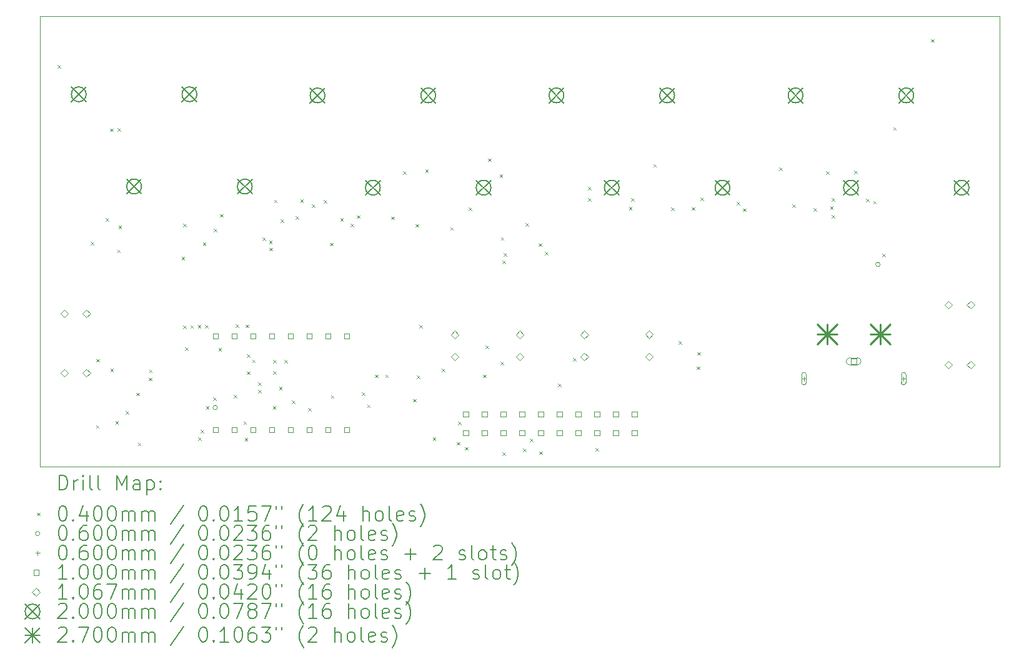
<source format=gbr>
%TF.GenerationSoftware,KiCad,Pcbnew,8.0.3*%
%TF.CreationDate,2025-06-04T03:37:03-07:00*%
%TF.ProjectId,Power_Distribution,506f7765-725f-4446-9973-747269627574,rev?*%
%TF.SameCoordinates,Original*%
%TF.FileFunction,Drillmap*%
%TF.FilePolarity,Positive*%
%FSLAX45Y45*%
G04 Gerber Fmt 4.5, Leading zero omitted, Abs format (unit mm)*
G04 Created by KiCad (PCBNEW 8.0.3) date 2025-06-04 03:37:03*
%MOMM*%
%LPD*%
G01*
G04 APERTURE LIST*
%ADD10C,0.100000*%
%ADD11C,0.200000*%
%ADD12C,0.106680*%
%ADD13C,0.270000*%
G04 APERTURE END LIST*
D10*
X8153640Y-5227320D02*
X21153640Y-5227320D01*
X21153640Y-11328920D01*
X8153640Y-11328920D01*
X8153640Y-5227320D01*
D11*
D10*
X8388000Y-5887000D02*
X8428000Y-5927000D01*
X8428000Y-5887000D02*
X8388000Y-5927000D01*
X8837120Y-8285800D02*
X8877120Y-8325800D01*
X8877120Y-8285800D02*
X8837120Y-8325800D01*
X8910000Y-10768000D02*
X8950000Y-10808000D01*
X8950000Y-10768000D02*
X8910000Y-10808000D01*
X8916000Y-9870000D02*
X8956000Y-9910000D01*
X8956000Y-9870000D02*
X8916000Y-9910000D01*
X9040000Y-7960000D02*
X9080000Y-8000000D01*
X9080000Y-7960000D02*
X9040000Y-8000000D01*
X9099000Y-6746000D02*
X9139000Y-6786000D01*
X9139000Y-6746000D02*
X9099000Y-6786000D01*
X9104000Y-10005000D02*
X9144000Y-10045000D01*
X9144000Y-10005000D02*
X9104000Y-10045000D01*
X9171113Y-10712113D02*
X9211113Y-10752113D01*
X9211113Y-10712113D02*
X9171113Y-10752113D01*
X9197000Y-8390000D02*
X9237000Y-8430000D01*
X9237000Y-8390000D02*
X9197000Y-8430000D01*
X9202000Y-6745000D02*
X9242000Y-6785000D01*
X9242000Y-6745000D02*
X9202000Y-6785000D01*
X9213482Y-8063000D02*
X9253482Y-8103000D01*
X9253482Y-8063000D02*
X9213482Y-8103000D01*
X9307996Y-10575230D02*
X9347996Y-10615230D01*
X9347996Y-10575230D02*
X9307996Y-10615230D01*
X9458000Y-10328000D02*
X9498000Y-10368000D01*
X9498000Y-10328000D02*
X9458000Y-10368000D01*
X9476884Y-11005725D02*
X9516884Y-11045725D01*
X9516884Y-11005725D02*
X9476884Y-11045725D01*
X9626000Y-10125000D02*
X9666000Y-10165000D01*
X9666000Y-10125000D02*
X9626000Y-10165000D01*
X9628000Y-10014000D02*
X9668000Y-10054000D01*
X9668000Y-10014000D02*
X9628000Y-10054000D01*
X10068100Y-8483920D02*
X10108100Y-8523920D01*
X10108100Y-8483920D02*
X10068100Y-8523920D01*
X10087050Y-8036880D02*
X10127050Y-8076880D01*
X10127050Y-8036880D02*
X10087050Y-8076880D01*
X10088000Y-9419000D02*
X10128000Y-9459000D01*
X10128000Y-9419000D02*
X10088000Y-9459000D01*
X10115680Y-9717291D02*
X10155680Y-9757291D01*
X10155680Y-9717291D02*
X10115680Y-9757291D01*
X10188170Y-9413512D02*
X10228170Y-9453512D01*
X10228170Y-9413512D02*
X10188170Y-9453512D01*
X10288487Y-9412712D02*
X10328487Y-9452712D01*
X10328487Y-9412712D02*
X10288487Y-9452712D01*
X10292000Y-10933000D02*
X10332000Y-10973000D01*
X10332000Y-10933000D02*
X10292000Y-10973000D01*
X10329000Y-10835000D02*
X10369000Y-10875000D01*
X10369000Y-10835000D02*
X10329000Y-10875000D01*
X10357240Y-8290880D02*
X10397240Y-8330880D01*
X10397240Y-8290880D02*
X10357240Y-8330880D01*
X10388707Y-9408230D02*
X10428707Y-9448230D01*
X10428707Y-9408230D02*
X10388707Y-9448230D01*
X10398403Y-10510519D02*
X10438403Y-10550519D01*
X10438403Y-10510519D02*
X10398403Y-10550519D01*
X10495600Y-10394000D02*
X10535600Y-10434000D01*
X10535600Y-10394000D02*
X10495600Y-10434000D01*
X10501860Y-8107611D02*
X10541860Y-8147611D01*
X10541860Y-8107611D02*
X10501860Y-8147611D01*
X10567194Y-9724616D02*
X10607194Y-9764616D01*
X10607194Y-9724616D02*
X10567194Y-9764616D01*
X10586615Y-7907134D02*
X10626615Y-7947134D01*
X10626615Y-7907134D02*
X10586615Y-7947134D01*
X10776830Y-10356600D02*
X10816830Y-10396600D01*
X10816830Y-10356600D02*
X10776830Y-10396600D01*
X10799063Y-9402756D02*
X10839063Y-9442756D01*
X10839063Y-9402756D02*
X10799063Y-9442756D01*
X10907522Y-10716880D02*
X10947522Y-10756880D01*
X10947522Y-10716880D02*
X10907522Y-10756880D01*
X10923529Y-10944782D02*
X10963529Y-10984782D01*
X10963529Y-10944782D02*
X10923529Y-10984782D01*
X10936000Y-9405000D02*
X10976000Y-9445000D01*
X10976000Y-9405000D02*
X10936000Y-9445000D01*
X10952800Y-9809800D02*
X10992800Y-9849800D01*
X10992800Y-9809800D02*
X10952800Y-9849800D01*
X10952800Y-10040120D02*
X10992800Y-10080120D01*
X10992800Y-10040120D02*
X10952800Y-10080120D01*
X11026460Y-9879340D02*
X11066460Y-9919340D01*
X11066460Y-9879340D02*
X11026460Y-9919340D01*
X11105200Y-10190800D02*
X11145200Y-10230800D01*
X11145200Y-10190800D02*
X11105200Y-10230800D01*
X11105200Y-10292400D02*
X11145200Y-10332400D01*
X11145200Y-10292400D02*
X11105200Y-10332400D01*
X11162254Y-8225759D02*
X11202254Y-8265759D01*
X11202254Y-8225759D02*
X11162254Y-8265759D01*
X11255000Y-8264000D02*
X11295000Y-8304000D01*
X11295000Y-8264000D02*
X11255000Y-8304000D01*
X11258799Y-8364248D02*
X11298799Y-8404248D01*
X11298799Y-8364248D02*
X11258799Y-8404248D01*
X11305242Y-10509448D02*
X11345242Y-10549448D01*
X11345242Y-10509448D02*
X11305242Y-10549448D01*
X11308400Y-9886000D02*
X11348400Y-9926000D01*
X11348400Y-9886000D02*
X11308400Y-9926000D01*
X11308400Y-10038400D02*
X11348400Y-10078400D01*
X11348400Y-10038400D02*
X11308400Y-10078400D01*
X11323000Y-7711000D02*
X11363000Y-7751000D01*
X11363000Y-7711000D02*
X11323000Y-7751000D01*
X11388667Y-10247560D02*
X11428667Y-10287560D01*
X11428667Y-10247560D02*
X11388667Y-10287560D01*
X11411737Y-7979237D02*
X11451737Y-8019237D01*
X11451737Y-7979237D02*
X11411737Y-8019237D01*
X11460800Y-9886000D02*
X11500800Y-9926000D01*
X11500800Y-9886000D02*
X11460800Y-9926000D01*
X11564560Y-10431370D02*
X11604560Y-10471370D01*
X11604560Y-10431370D02*
X11564560Y-10471370D01*
X11612877Y-7937107D02*
X11652877Y-7977107D01*
X11652877Y-7937107D02*
X11612877Y-7977107D01*
X11678008Y-7710008D02*
X11718008Y-7750008D01*
X11718008Y-7710008D02*
X11678008Y-7750008D01*
X11784000Y-10535000D02*
X11824000Y-10575000D01*
X11824000Y-10535000D02*
X11784000Y-10575000D01*
X11834026Y-7772526D02*
X11874026Y-7812526D01*
X11874026Y-7772526D02*
X11834026Y-7812526D01*
X11994000Y-7718000D02*
X12034000Y-7758000D01*
X12034000Y-7718000D02*
X11994000Y-7758000D01*
X12078160Y-8295960D02*
X12118160Y-8335960D01*
X12118160Y-8295960D02*
X12078160Y-8335960D01*
X12092500Y-10362500D02*
X12132500Y-10402500D01*
X12132500Y-10362500D02*
X12092500Y-10402500D01*
X12220000Y-7962500D02*
X12260000Y-8002500D01*
X12260000Y-7962500D02*
X12220000Y-8002500D01*
X12360280Y-8037817D02*
X12400280Y-8077817D01*
X12400280Y-8037817D02*
X12360280Y-8077817D01*
X12446000Y-7924000D02*
X12486000Y-7964000D01*
X12486000Y-7924000D02*
X12446000Y-7964000D01*
X12511180Y-10323170D02*
X12551180Y-10363170D01*
X12551180Y-10323170D02*
X12511180Y-10363170D01*
X12584000Y-10489000D02*
X12624000Y-10529000D01*
X12624000Y-10489000D02*
X12584000Y-10529000D01*
X12688000Y-10082000D02*
X12728000Y-10122000D01*
X12728000Y-10082000D02*
X12688000Y-10122000D01*
X12830000Y-10082000D02*
X12870000Y-10122000D01*
X12870000Y-10082000D02*
X12830000Y-10122000D01*
X12907500Y-7940000D02*
X12947500Y-7980000D01*
X12947500Y-7940000D02*
X12907500Y-7980000D01*
X13073000Y-7329320D02*
X13113000Y-7369320D01*
X13113000Y-7329320D02*
X13073000Y-7369320D01*
X13206000Y-10412560D02*
X13246000Y-10452560D01*
X13246000Y-10412560D02*
X13206000Y-10452560D01*
X13238800Y-8041960D02*
X13278800Y-8081960D01*
X13278800Y-8041960D02*
X13238800Y-8081960D01*
X13254000Y-10095000D02*
X13294000Y-10135000D01*
X13294000Y-10095000D02*
X13254000Y-10135000D01*
X13291000Y-9411000D02*
X13331000Y-9451000D01*
X13331000Y-9411000D02*
X13291000Y-9451000D01*
X13370000Y-7299000D02*
X13410000Y-7339000D01*
X13410000Y-7299000D02*
X13370000Y-7339000D01*
X13472440Y-10933440D02*
X13512440Y-10973440D01*
X13512440Y-10933440D02*
X13472440Y-10973440D01*
X13596831Y-10003880D02*
X13636831Y-10043880D01*
X13636831Y-10003880D02*
X13596831Y-10043880D01*
X13710551Y-8083987D02*
X13750551Y-8123987D01*
X13750551Y-8083987D02*
X13710551Y-8123987D01*
X13801000Y-10998000D02*
X13841000Y-11038000D01*
X13841000Y-10998000D02*
X13801000Y-11038000D01*
X13816210Y-10720057D02*
X13856210Y-10760057D01*
X13856210Y-10720057D02*
X13816210Y-10760057D01*
X13910204Y-11066040D02*
X13950204Y-11106040D01*
X13950204Y-11066040D02*
X13910204Y-11106040D01*
X13958000Y-7816000D02*
X13998000Y-7856000D01*
X13998000Y-7816000D02*
X13958000Y-7856000D01*
X14153000Y-10082000D02*
X14193000Y-10122000D01*
X14193000Y-10082000D02*
X14153000Y-10122000D01*
X14188000Y-9688000D02*
X14228000Y-9728000D01*
X14228000Y-9688000D02*
X14188000Y-9728000D01*
X14222000Y-7154000D02*
X14262000Y-7194000D01*
X14262000Y-7154000D02*
X14222000Y-7194000D01*
X14378000Y-7368000D02*
X14418000Y-7408000D01*
X14418000Y-7368000D02*
X14378000Y-7408000D01*
X14394104Y-9908900D02*
X14434104Y-9948900D01*
X14434104Y-9908900D02*
X14394104Y-9948900D01*
X14396000Y-8219000D02*
X14436000Y-8259000D01*
X14436000Y-8219000D02*
X14396000Y-8259000D01*
X14415736Y-11137782D02*
X14455736Y-11177782D01*
X14455736Y-11137782D02*
X14415736Y-11177782D01*
X14416000Y-8536000D02*
X14456000Y-8576000D01*
X14456000Y-8536000D02*
X14416000Y-8576000D01*
X14431040Y-8435726D02*
X14471040Y-8475726D01*
X14471040Y-8435726D02*
X14431040Y-8475726D01*
X14697559Y-11087790D02*
X14737559Y-11127790D01*
X14737559Y-11087790D02*
X14697559Y-11127790D01*
X14727500Y-8030000D02*
X14767500Y-8070000D01*
X14767500Y-8030000D02*
X14727500Y-8070000D01*
X14791000Y-10952000D02*
X14831000Y-10992000D01*
X14831000Y-10952000D02*
X14791000Y-10992000D01*
X14905590Y-8304496D02*
X14945590Y-8344496D01*
X14945590Y-8304496D02*
X14905590Y-8344496D01*
X14919000Y-11124000D02*
X14959000Y-11164000D01*
X14959000Y-11124000D02*
X14919000Y-11164000D01*
X14993550Y-8417880D02*
X15033550Y-8457880D01*
X15033550Y-8417880D02*
X14993550Y-8457880D01*
X15169000Y-10208000D02*
X15209000Y-10248000D01*
X15209000Y-10208000D02*
X15169000Y-10248000D01*
X15374268Y-9859442D02*
X15414268Y-9899442D01*
X15414268Y-9859442D02*
X15374268Y-9899442D01*
X15578440Y-7537003D02*
X15618440Y-7577003D01*
X15618440Y-7537003D02*
X15578440Y-7577003D01*
X15579232Y-7690701D02*
X15619232Y-7730701D01*
X15619232Y-7690701D02*
X15579232Y-7730701D01*
X15678000Y-11079000D02*
X15718000Y-11119000D01*
X15718000Y-11079000D02*
X15678000Y-11119000D01*
X16131560Y-7809654D02*
X16171560Y-7849654D01*
X16171560Y-7809654D02*
X16131560Y-7849654D01*
X16162000Y-7691000D02*
X16202000Y-7731000D01*
X16202000Y-7691000D02*
X16162000Y-7731000D01*
X16462000Y-7229000D02*
X16502000Y-7269000D01*
X16502000Y-7229000D02*
X16462000Y-7269000D01*
X16705000Y-7815000D02*
X16745000Y-7855000D01*
X16745000Y-7815000D02*
X16705000Y-7855000D01*
X16803000Y-9632000D02*
X16843000Y-9672000D01*
X16843000Y-9632000D02*
X16803000Y-9672000D01*
X16980680Y-7812819D02*
X17020680Y-7852819D01*
X17020680Y-7812819D02*
X16980680Y-7852819D01*
X17052000Y-9971730D02*
X17092000Y-10011730D01*
X17092000Y-9971730D02*
X17052000Y-10011730D01*
X17055000Y-9778000D02*
X17095000Y-9818000D01*
X17095000Y-9778000D02*
X17055000Y-9818000D01*
X17100657Y-7681483D02*
X17140657Y-7721483D01*
X17140657Y-7681483D02*
X17100657Y-7721483D01*
X17592000Y-7741000D02*
X17632000Y-7781000D01*
X17632000Y-7741000D02*
X17592000Y-7781000D01*
X17677720Y-7829720D02*
X17717720Y-7869720D01*
X17717720Y-7829720D02*
X17677720Y-7869720D01*
X18165000Y-7277000D02*
X18205000Y-7317000D01*
X18205000Y-7277000D02*
X18165000Y-7317000D01*
X18347000Y-7773000D02*
X18387000Y-7813000D01*
X18387000Y-7773000D02*
X18347000Y-7813000D01*
X18632000Y-7829000D02*
X18672000Y-7869000D01*
X18672000Y-7829000D02*
X18632000Y-7869000D01*
X18801000Y-7326000D02*
X18841000Y-7366000D01*
X18841000Y-7326000D02*
X18801000Y-7366000D01*
X18856702Y-7798254D02*
X18896702Y-7838254D01*
X18896702Y-7798254D02*
X18856702Y-7838254D01*
X18879037Y-7692263D02*
X18919037Y-7732263D01*
X18919037Y-7692263D02*
X18879037Y-7732263D01*
X18881000Y-7922000D02*
X18921000Y-7962000D01*
X18921000Y-7922000D02*
X18881000Y-7962000D01*
X19181000Y-7316000D02*
X19221000Y-7356000D01*
X19221000Y-7316000D02*
X19181000Y-7356000D01*
X19345000Y-7698000D02*
X19385000Y-7738000D01*
X19385000Y-7698000D02*
X19345000Y-7738000D01*
X19440684Y-7728144D02*
X19480684Y-7768144D01*
X19480684Y-7728144D02*
X19440684Y-7768144D01*
X19561250Y-8443280D02*
X19601250Y-8483280D01*
X19601250Y-8443280D02*
X19561250Y-8483280D01*
X19713305Y-6729000D02*
X19753305Y-6769000D01*
X19753305Y-6729000D02*
X19713305Y-6769000D01*
X20225000Y-5536000D02*
X20265000Y-5576000D01*
X20265000Y-5536000D02*
X20225000Y-5576000D01*
X10553817Y-10528736D02*
G75*
G02*
X10493817Y-10528736I-30000J0D01*
G01*
X10493817Y-10528736D02*
G75*
G02*
X10553817Y-10528736I30000J0D01*
G01*
X19534740Y-8590327D02*
G75*
G02*
X19474740Y-8590327I-30000J0D01*
G01*
X19474740Y-8590327D02*
G75*
G02*
X19534740Y-8590327I30000J0D01*
G01*
X18502000Y-10108000D02*
X18502000Y-10168000D01*
X18472000Y-10138000D02*
X18532000Y-10138000D01*
X18532000Y-10193000D02*
X18532000Y-10083000D01*
X18472000Y-10083000D02*
G75*
G02*
X18532000Y-10083000I30000J0D01*
G01*
X18472000Y-10083000D02*
X18472000Y-10193000D01*
X18472000Y-10193000D02*
G75*
G03*
X18532000Y-10193000I30000J0D01*
G01*
X19852000Y-10108000D02*
X19852000Y-10168000D01*
X19822000Y-10138000D02*
X19882000Y-10138000D01*
X19882000Y-10193000D02*
X19882000Y-10083000D01*
X19822000Y-10083000D02*
G75*
G02*
X19882000Y-10083000I30000J0D01*
G01*
X19822000Y-10083000D02*
X19822000Y-10193000D01*
X19822000Y-10193000D02*
G75*
G03*
X19882000Y-10193000I30000J0D01*
G01*
X10564356Y-9598556D02*
X10564356Y-9527844D01*
X10493644Y-9527844D01*
X10493644Y-9598556D01*
X10564356Y-9598556D01*
X10564356Y-10868556D02*
X10564356Y-10797844D01*
X10493644Y-10797844D01*
X10493644Y-10868556D01*
X10564356Y-10868556D01*
X10818356Y-9598556D02*
X10818356Y-9527844D01*
X10747644Y-9527844D01*
X10747644Y-9598556D01*
X10818356Y-9598556D01*
X10818356Y-10868556D02*
X10818356Y-10797844D01*
X10747644Y-10797844D01*
X10747644Y-10868556D01*
X10818356Y-10868556D01*
X11072356Y-9598556D02*
X11072356Y-9527844D01*
X11001644Y-9527844D01*
X11001644Y-9598556D01*
X11072356Y-9598556D01*
X11072356Y-10868556D02*
X11072356Y-10797844D01*
X11001644Y-10797844D01*
X11001644Y-10868556D01*
X11072356Y-10868556D01*
X11326356Y-9598556D02*
X11326356Y-9527844D01*
X11255644Y-9527844D01*
X11255644Y-9598556D01*
X11326356Y-9598556D01*
X11326356Y-10868556D02*
X11326356Y-10797844D01*
X11255644Y-10797844D01*
X11255644Y-10868556D01*
X11326356Y-10868556D01*
X11580356Y-9598556D02*
X11580356Y-9527844D01*
X11509644Y-9527844D01*
X11509644Y-9598556D01*
X11580356Y-9598556D01*
X11580356Y-10868556D02*
X11580356Y-10797844D01*
X11509644Y-10797844D01*
X11509644Y-10868556D01*
X11580356Y-10868556D01*
X11834356Y-9598556D02*
X11834356Y-9527844D01*
X11763644Y-9527844D01*
X11763644Y-9598556D01*
X11834356Y-9598556D01*
X11834356Y-10868556D02*
X11834356Y-10797844D01*
X11763644Y-10797844D01*
X11763644Y-10868556D01*
X11834356Y-10868556D01*
X12088356Y-9598556D02*
X12088356Y-9527844D01*
X12017644Y-9527844D01*
X12017644Y-9598556D01*
X12088356Y-9598556D01*
X12088356Y-10868556D02*
X12088356Y-10797844D01*
X12017644Y-10797844D01*
X12017644Y-10868556D01*
X12088356Y-10868556D01*
X12342356Y-9598556D02*
X12342356Y-9527844D01*
X12271644Y-9527844D01*
X12271644Y-9598556D01*
X12342356Y-9598556D01*
X12342356Y-10868556D02*
X12342356Y-10797844D01*
X12271644Y-10797844D01*
X12271644Y-10868556D01*
X12342356Y-10868556D01*
X13954356Y-10656356D02*
X13954356Y-10585644D01*
X13883644Y-10585644D01*
X13883644Y-10656356D01*
X13954356Y-10656356D01*
X13954356Y-10910356D02*
X13954356Y-10839644D01*
X13883644Y-10839644D01*
X13883644Y-10910356D01*
X13954356Y-10910356D01*
X14208356Y-10656356D02*
X14208356Y-10585644D01*
X14137644Y-10585644D01*
X14137644Y-10656356D01*
X14208356Y-10656356D01*
X14208356Y-10910356D02*
X14208356Y-10839644D01*
X14137644Y-10839644D01*
X14137644Y-10910356D01*
X14208356Y-10910356D01*
X14462356Y-10656356D02*
X14462356Y-10585644D01*
X14391644Y-10585644D01*
X14391644Y-10656356D01*
X14462356Y-10656356D01*
X14462356Y-10910356D02*
X14462356Y-10839644D01*
X14391644Y-10839644D01*
X14391644Y-10910356D01*
X14462356Y-10910356D01*
X14716356Y-10656356D02*
X14716356Y-10585644D01*
X14645644Y-10585644D01*
X14645644Y-10656356D01*
X14716356Y-10656356D01*
X14716356Y-10910356D02*
X14716356Y-10839644D01*
X14645644Y-10839644D01*
X14645644Y-10910356D01*
X14716356Y-10910356D01*
X14970356Y-10656356D02*
X14970356Y-10585644D01*
X14899644Y-10585644D01*
X14899644Y-10656356D01*
X14970356Y-10656356D01*
X14970356Y-10910356D02*
X14970356Y-10839644D01*
X14899644Y-10839644D01*
X14899644Y-10910356D01*
X14970356Y-10910356D01*
X15224356Y-10656356D02*
X15224356Y-10585644D01*
X15153644Y-10585644D01*
X15153644Y-10656356D01*
X15224356Y-10656356D01*
X15224356Y-10910356D02*
X15224356Y-10839644D01*
X15153644Y-10839644D01*
X15153644Y-10910356D01*
X15224356Y-10910356D01*
X15478356Y-10656356D02*
X15478356Y-10585644D01*
X15407644Y-10585644D01*
X15407644Y-10656356D01*
X15478356Y-10656356D01*
X15478356Y-10910356D02*
X15478356Y-10839644D01*
X15407644Y-10839644D01*
X15407644Y-10910356D01*
X15478356Y-10910356D01*
X15732356Y-10656356D02*
X15732356Y-10585644D01*
X15661644Y-10585644D01*
X15661644Y-10656356D01*
X15732356Y-10656356D01*
X15732356Y-10910356D02*
X15732356Y-10839644D01*
X15661644Y-10839644D01*
X15661644Y-10910356D01*
X15732356Y-10910356D01*
X15986356Y-10656356D02*
X15986356Y-10585644D01*
X15915644Y-10585644D01*
X15915644Y-10656356D01*
X15986356Y-10656356D01*
X15986356Y-10910356D02*
X15986356Y-10839644D01*
X15915644Y-10839644D01*
X15915644Y-10910356D01*
X15986356Y-10910356D01*
X16240356Y-10656356D02*
X16240356Y-10585644D01*
X16169644Y-10585644D01*
X16169644Y-10656356D01*
X16240356Y-10656356D01*
X16240356Y-10910356D02*
X16240356Y-10839644D01*
X16169644Y-10839644D01*
X16169644Y-10910356D01*
X16240356Y-10910356D01*
X19212356Y-9938356D02*
X19212356Y-9867644D01*
X19141644Y-9867644D01*
X19141644Y-9938356D01*
X19212356Y-9938356D01*
X19227000Y-9853000D02*
X19127000Y-9853000D01*
X19127000Y-9953000D02*
G75*
G02*
X19127000Y-9853000I0J50000D01*
G01*
X19127000Y-9953000D02*
X19227000Y-9953000D01*
X19227000Y-9953000D02*
G75*
G03*
X19227000Y-9853000I0J50000D01*
G01*
D12*
X8480000Y-9308340D02*
X8533340Y-9255000D01*
X8480000Y-9201660D01*
X8426660Y-9255000D01*
X8480000Y-9308340D01*
X8480000Y-10112340D02*
X8533340Y-10059000D01*
X8480000Y-10005660D01*
X8426660Y-10059000D01*
X8480000Y-10112340D01*
X8780000Y-9308340D02*
X8833340Y-9255000D01*
X8780000Y-9201660D01*
X8726660Y-9255000D01*
X8780000Y-9308340D01*
X8780000Y-10112340D02*
X8833340Y-10059000D01*
X8780000Y-10005660D01*
X8726660Y-10059000D01*
X8780000Y-10112340D01*
X13773320Y-9593340D02*
X13826660Y-9540000D01*
X13773320Y-9486660D01*
X13719980Y-9540000D01*
X13773320Y-9593340D01*
X13773320Y-9893340D02*
X13826660Y-9840000D01*
X13773320Y-9786660D01*
X13719980Y-9840000D01*
X13773320Y-9893340D01*
X14650880Y-9593340D02*
X14704220Y-9540000D01*
X14650880Y-9486660D01*
X14597540Y-9540000D01*
X14650880Y-9593340D01*
X14650880Y-9893340D02*
X14704220Y-9840000D01*
X14650880Y-9786660D01*
X14597540Y-9840000D01*
X14650880Y-9893340D01*
X15528440Y-9593340D02*
X15581780Y-9540000D01*
X15528440Y-9486660D01*
X15475100Y-9540000D01*
X15528440Y-9593340D01*
X15528440Y-9893340D02*
X15581780Y-9840000D01*
X15528440Y-9786660D01*
X15475100Y-9840000D01*
X15528440Y-9893340D01*
X16406000Y-9592340D02*
X16459340Y-9539000D01*
X16406000Y-9485660D01*
X16352660Y-9539000D01*
X16406000Y-9592340D01*
X16406000Y-9892340D02*
X16459340Y-9839000D01*
X16406000Y-9785660D01*
X16352660Y-9839000D01*
X16406000Y-9892340D01*
X20462000Y-9191340D02*
X20515340Y-9138000D01*
X20462000Y-9084660D01*
X20408660Y-9138000D01*
X20462000Y-9191340D01*
X20462000Y-10004340D02*
X20515340Y-9951000D01*
X20462000Y-9897660D01*
X20408660Y-9951000D01*
X20462000Y-10004340D01*
X20762000Y-9191340D02*
X20815340Y-9138000D01*
X20762000Y-9084660D01*
X20708660Y-9138000D01*
X20762000Y-9191340D01*
X20762000Y-10004340D02*
X20815340Y-9951000D01*
X20762000Y-9897660D01*
X20708660Y-9951000D01*
X20762000Y-10004340D01*
D11*
X8575240Y-6183960D02*
X8775240Y-6383960D01*
X8775240Y-6183960D02*
X8575240Y-6383960D01*
X8775240Y-6283960D02*
G75*
G02*
X8575240Y-6283960I-100000J0D01*
G01*
X8575240Y-6283960D02*
G75*
G02*
X8775240Y-6283960I100000J0D01*
G01*
X9325240Y-7433960D02*
X9525240Y-7633960D01*
X9525240Y-7433960D02*
X9325240Y-7633960D01*
X9525240Y-7533960D02*
G75*
G02*
X9325240Y-7533960I-100000J0D01*
G01*
X9325240Y-7533960D02*
G75*
G02*
X9525240Y-7533960I100000J0D01*
G01*
X10075240Y-6183960D02*
X10275240Y-6383960D01*
X10275240Y-6183960D02*
X10075240Y-6383960D01*
X10275240Y-6283960D02*
G75*
G02*
X10075240Y-6283960I-100000J0D01*
G01*
X10075240Y-6283960D02*
G75*
G02*
X10275240Y-6283960I100000J0D01*
G01*
X10825240Y-7433960D02*
X11025240Y-7633960D01*
X11025240Y-7433960D02*
X10825240Y-7633960D01*
X11025240Y-7533960D02*
G75*
G02*
X10825240Y-7533960I-100000J0D01*
G01*
X10825240Y-7533960D02*
G75*
G02*
X11025240Y-7533960I100000J0D01*
G01*
X11811200Y-6199200D02*
X12011200Y-6399200D01*
X12011200Y-6199200D02*
X11811200Y-6399200D01*
X12011200Y-6299200D02*
G75*
G02*
X11811200Y-6299200I-100000J0D01*
G01*
X11811200Y-6299200D02*
G75*
G02*
X12011200Y-6299200I100000J0D01*
G01*
X12561200Y-7449200D02*
X12761200Y-7649200D01*
X12761200Y-7449200D02*
X12561200Y-7649200D01*
X12761200Y-7549200D02*
G75*
G02*
X12561200Y-7549200I-100000J0D01*
G01*
X12561200Y-7549200D02*
G75*
G02*
X12761200Y-7549200I100000J0D01*
G01*
X13311200Y-6199200D02*
X13511200Y-6399200D01*
X13511200Y-6199200D02*
X13311200Y-6399200D01*
X13511200Y-6299200D02*
G75*
G02*
X13311200Y-6299200I-100000J0D01*
G01*
X13311200Y-6299200D02*
G75*
G02*
X13511200Y-6299200I100000J0D01*
G01*
X14061200Y-7449200D02*
X14261200Y-7649200D01*
X14261200Y-7449200D02*
X14061200Y-7649200D01*
X14261200Y-7549200D02*
G75*
G02*
X14061200Y-7549200I-100000J0D01*
G01*
X14061200Y-7549200D02*
G75*
G02*
X14261200Y-7549200I100000J0D01*
G01*
X15048560Y-6199200D02*
X15248560Y-6399200D01*
X15248560Y-6199200D02*
X15048560Y-6399200D01*
X15248560Y-6299200D02*
G75*
G02*
X15048560Y-6299200I-100000J0D01*
G01*
X15048560Y-6299200D02*
G75*
G02*
X15248560Y-6299200I100000J0D01*
G01*
X15798560Y-7449200D02*
X15998560Y-7649200D01*
X15998560Y-7449200D02*
X15798560Y-7649200D01*
X15998560Y-7549200D02*
G75*
G02*
X15798560Y-7549200I-100000J0D01*
G01*
X15798560Y-7549200D02*
G75*
G02*
X15998560Y-7549200I100000J0D01*
G01*
X16548560Y-6199200D02*
X16748560Y-6399200D01*
X16748560Y-6199200D02*
X16548560Y-6399200D01*
X16748560Y-6299200D02*
G75*
G02*
X16548560Y-6299200I-100000J0D01*
G01*
X16548560Y-6299200D02*
G75*
G02*
X16748560Y-6299200I100000J0D01*
G01*
X17298560Y-7449200D02*
X17498560Y-7649200D01*
X17498560Y-7449200D02*
X17298560Y-7649200D01*
X17498560Y-7549200D02*
G75*
G02*
X17298560Y-7549200I-100000J0D01*
G01*
X17298560Y-7549200D02*
G75*
G02*
X17498560Y-7549200I100000J0D01*
G01*
X18289600Y-6199200D02*
X18489600Y-6399200D01*
X18489600Y-6199200D02*
X18289600Y-6399200D01*
X18489600Y-6299200D02*
G75*
G02*
X18289600Y-6299200I-100000J0D01*
G01*
X18289600Y-6299200D02*
G75*
G02*
X18489600Y-6299200I100000J0D01*
G01*
X19039600Y-7449200D02*
X19239600Y-7649200D01*
X19239600Y-7449200D02*
X19039600Y-7649200D01*
X19239600Y-7549200D02*
G75*
G02*
X19039600Y-7549200I-100000J0D01*
G01*
X19039600Y-7549200D02*
G75*
G02*
X19239600Y-7549200I100000J0D01*
G01*
X19789600Y-6199200D02*
X19989600Y-6399200D01*
X19989600Y-6199200D02*
X19789600Y-6399200D01*
X19989600Y-6299200D02*
G75*
G02*
X19789600Y-6299200I-100000J0D01*
G01*
X19789600Y-6299200D02*
G75*
G02*
X19989600Y-6299200I100000J0D01*
G01*
X20539600Y-7449200D02*
X20739600Y-7649200D01*
X20739600Y-7449200D02*
X20539600Y-7649200D01*
X20739600Y-7549200D02*
G75*
G02*
X20539600Y-7549200I-100000J0D01*
G01*
X20539600Y-7549200D02*
G75*
G02*
X20739600Y-7549200I100000J0D01*
G01*
D13*
X18682000Y-9403000D02*
X18952000Y-9673000D01*
X18952000Y-9403000D02*
X18682000Y-9673000D01*
X18817000Y-9403000D02*
X18817000Y-9673000D01*
X18682000Y-9538000D02*
X18952000Y-9538000D01*
X19402000Y-9403000D02*
X19672000Y-9673000D01*
X19672000Y-9403000D02*
X19402000Y-9673000D01*
X19537000Y-9403000D02*
X19537000Y-9673000D01*
X19402000Y-9538000D02*
X19672000Y-9538000D01*
D11*
X8409417Y-11645404D02*
X8409417Y-11445404D01*
X8409417Y-11445404D02*
X8457036Y-11445404D01*
X8457036Y-11445404D02*
X8485607Y-11454928D01*
X8485607Y-11454928D02*
X8504655Y-11473975D01*
X8504655Y-11473975D02*
X8514179Y-11493023D01*
X8514179Y-11493023D02*
X8523703Y-11531118D01*
X8523703Y-11531118D02*
X8523703Y-11559689D01*
X8523703Y-11559689D02*
X8514179Y-11597785D01*
X8514179Y-11597785D02*
X8504655Y-11616832D01*
X8504655Y-11616832D02*
X8485607Y-11635880D01*
X8485607Y-11635880D02*
X8457036Y-11645404D01*
X8457036Y-11645404D02*
X8409417Y-11645404D01*
X8609417Y-11645404D02*
X8609417Y-11512070D01*
X8609417Y-11550166D02*
X8618941Y-11531118D01*
X8618941Y-11531118D02*
X8628464Y-11521594D01*
X8628464Y-11521594D02*
X8647512Y-11512070D01*
X8647512Y-11512070D02*
X8666560Y-11512070D01*
X8733226Y-11645404D02*
X8733226Y-11512070D01*
X8733226Y-11445404D02*
X8723703Y-11454928D01*
X8723703Y-11454928D02*
X8733226Y-11464451D01*
X8733226Y-11464451D02*
X8742750Y-11454928D01*
X8742750Y-11454928D02*
X8733226Y-11445404D01*
X8733226Y-11445404D02*
X8733226Y-11464451D01*
X8857036Y-11645404D02*
X8837988Y-11635880D01*
X8837988Y-11635880D02*
X8828464Y-11616832D01*
X8828464Y-11616832D02*
X8828464Y-11445404D01*
X8961798Y-11645404D02*
X8942750Y-11635880D01*
X8942750Y-11635880D02*
X8933226Y-11616832D01*
X8933226Y-11616832D02*
X8933226Y-11445404D01*
X9190369Y-11645404D02*
X9190369Y-11445404D01*
X9190369Y-11445404D02*
X9257036Y-11588261D01*
X9257036Y-11588261D02*
X9323703Y-11445404D01*
X9323703Y-11445404D02*
X9323703Y-11645404D01*
X9504655Y-11645404D02*
X9504655Y-11540642D01*
X9504655Y-11540642D02*
X9495131Y-11521594D01*
X9495131Y-11521594D02*
X9476084Y-11512070D01*
X9476084Y-11512070D02*
X9437988Y-11512070D01*
X9437988Y-11512070D02*
X9418941Y-11521594D01*
X9504655Y-11635880D02*
X9485607Y-11645404D01*
X9485607Y-11645404D02*
X9437988Y-11645404D01*
X9437988Y-11645404D02*
X9418941Y-11635880D01*
X9418941Y-11635880D02*
X9409417Y-11616832D01*
X9409417Y-11616832D02*
X9409417Y-11597785D01*
X9409417Y-11597785D02*
X9418941Y-11578737D01*
X9418941Y-11578737D02*
X9437988Y-11569213D01*
X9437988Y-11569213D02*
X9485607Y-11569213D01*
X9485607Y-11569213D02*
X9504655Y-11559689D01*
X9599893Y-11512070D02*
X9599893Y-11712070D01*
X9599893Y-11521594D02*
X9618941Y-11512070D01*
X9618941Y-11512070D02*
X9657036Y-11512070D01*
X9657036Y-11512070D02*
X9676084Y-11521594D01*
X9676084Y-11521594D02*
X9685607Y-11531118D01*
X9685607Y-11531118D02*
X9695131Y-11550166D01*
X9695131Y-11550166D02*
X9695131Y-11607308D01*
X9695131Y-11607308D02*
X9685607Y-11626356D01*
X9685607Y-11626356D02*
X9676084Y-11635880D01*
X9676084Y-11635880D02*
X9657036Y-11645404D01*
X9657036Y-11645404D02*
X9618941Y-11645404D01*
X9618941Y-11645404D02*
X9599893Y-11635880D01*
X9780845Y-11626356D02*
X9790369Y-11635880D01*
X9790369Y-11635880D02*
X9780845Y-11645404D01*
X9780845Y-11645404D02*
X9771322Y-11635880D01*
X9771322Y-11635880D02*
X9780845Y-11626356D01*
X9780845Y-11626356D02*
X9780845Y-11645404D01*
X9780845Y-11521594D02*
X9790369Y-11531118D01*
X9790369Y-11531118D02*
X9780845Y-11540642D01*
X9780845Y-11540642D02*
X9771322Y-11531118D01*
X9771322Y-11531118D02*
X9780845Y-11521594D01*
X9780845Y-11521594D02*
X9780845Y-11540642D01*
D10*
X8108640Y-11953920D02*
X8148640Y-11993920D01*
X8148640Y-11953920D02*
X8108640Y-11993920D01*
D11*
X8447512Y-11865404D02*
X8466560Y-11865404D01*
X8466560Y-11865404D02*
X8485607Y-11874928D01*
X8485607Y-11874928D02*
X8495131Y-11884451D01*
X8495131Y-11884451D02*
X8504655Y-11903499D01*
X8504655Y-11903499D02*
X8514179Y-11941594D01*
X8514179Y-11941594D02*
X8514179Y-11989213D01*
X8514179Y-11989213D02*
X8504655Y-12027308D01*
X8504655Y-12027308D02*
X8495131Y-12046356D01*
X8495131Y-12046356D02*
X8485607Y-12055880D01*
X8485607Y-12055880D02*
X8466560Y-12065404D01*
X8466560Y-12065404D02*
X8447512Y-12065404D01*
X8447512Y-12065404D02*
X8428464Y-12055880D01*
X8428464Y-12055880D02*
X8418941Y-12046356D01*
X8418941Y-12046356D02*
X8409417Y-12027308D01*
X8409417Y-12027308D02*
X8399893Y-11989213D01*
X8399893Y-11989213D02*
X8399893Y-11941594D01*
X8399893Y-11941594D02*
X8409417Y-11903499D01*
X8409417Y-11903499D02*
X8418941Y-11884451D01*
X8418941Y-11884451D02*
X8428464Y-11874928D01*
X8428464Y-11874928D02*
X8447512Y-11865404D01*
X8599893Y-12046356D02*
X8609417Y-12055880D01*
X8609417Y-12055880D02*
X8599893Y-12065404D01*
X8599893Y-12065404D02*
X8590369Y-12055880D01*
X8590369Y-12055880D02*
X8599893Y-12046356D01*
X8599893Y-12046356D02*
X8599893Y-12065404D01*
X8780845Y-11932070D02*
X8780845Y-12065404D01*
X8733226Y-11855880D02*
X8685607Y-11998737D01*
X8685607Y-11998737D02*
X8809417Y-11998737D01*
X8923703Y-11865404D02*
X8942750Y-11865404D01*
X8942750Y-11865404D02*
X8961798Y-11874928D01*
X8961798Y-11874928D02*
X8971322Y-11884451D01*
X8971322Y-11884451D02*
X8980845Y-11903499D01*
X8980845Y-11903499D02*
X8990369Y-11941594D01*
X8990369Y-11941594D02*
X8990369Y-11989213D01*
X8990369Y-11989213D02*
X8980845Y-12027308D01*
X8980845Y-12027308D02*
X8971322Y-12046356D01*
X8971322Y-12046356D02*
X8961798Y-12055880D01*
X8961798Y-12055880D02*
X8942750Y-12065404D01*
X8942750Y-12065404D02*
X8923703Y-12065404D01*
X8923703Y-12065404D02*
X8904655Y-12055880D01*
X8904655Y-12055880D02*
X8895131Y-12046356D01*
X8895131Y-12046356D02*
X8885607Y-12027308D01*
X8885607Y-12027308D02*
X8876084Y-11989213D01*
X8876084Y-11989213D02*
X8876084Y-11941594D01*
X8876084Y-11941594D02*
X8885607Y-11903499D01*
X8885607Y-11903499D02*
X8895131Y-11884451D01*
X8895131Y-11884451D02*
X8904655Y-11874928D01*
X8904655Y-11874928D02*
X8923703Y-11865404D01*
X9114179Y-11865404D02*
X9133226Y-11865404D01*
X9133226Y-11865404D02*
X9152274Y-11874928D01*
X9152274Y-11874928D02*
X9161798Y-11884451D01*
X9161798Y-11884451D02*
X9171322Y-11903499D01*
X9171322Y-11903499D02*
X9180845Y-11941594D01*
X9180845Y-11941594D02*
X9180845Y-11989213D01*
X9180845Y-11989213D02*
X9171322Y-12027308D01*
X9171322Y-12027308D02*
X9161798Y-12046356D01*
X9161798Y-12046356D02*
X9152274Y-12055880D01*
X9152274Y-12055880D02*
X9133226Y-12065404D01*
X9133226Y-12065404D02*
X9114179Y-12065404D01*
X9114179Y-12065404D02*
X9095131Y-12055880D01*
X9095131Y-12055880D02*
X9085607Y-12046356D01*
X9085607Y-12046356D02*
X9076084Y-12027308D01*
X9076084Y-12027308D02*
X9066560Y-11989213D01*
X9066560Y-11989213D02*
X9066560Y-11941594D01*
X9066560Y-11941594D02*
X9076084Y-11903499D01*
X9076084Y-11903499D02*
X9085607Y-11884451D01*
X9085607Y-11884451D02*
X9095131Y-11874928D01*
X9095131Y-11874928D02*
X9114179Y-11865404D01*
X9266560Y-12065404D02*
X9266560Y-11932070D01*
X9266560Y-11951118D02*
X9276084Y-11941594D01*
X9276084Y-11941594D02*
X9295131Y-11932070D01*
X9295131Y-11932070D02*
X9323703Y-11932070D01*
X9323703Y-11932070D02*
X9342750Y-11941594D01*
X9342750Y-11941594D02*
X9352274Y-11960642D01*
X9352274Y-11960642D02*
X9352274Y-12065404D01*
X9352274Y-11960642D02*
X9361798Y-11941594D01*
X9361798Y-11941594D02*
X9380845Y-11932070D01*
X9380845Y-11932070D02*
X9409417Y-11932070D01*
X9409417Y-11932070D02*
X9428465Y-11941594D01*
X9428465Y-11941594D02*
X9437988Y-11960642D01*
X9437988Y-11960642D02*
X9437988Y-12065404D01*
X9533226Y-12065404D02*
X9533226Y-11932070D01*
X9533226Y-11951118D02*
X9542750Y-11941594D01*
X9542750Y-11941594D02*
X9561798Y-11932070D01*
X9561798Y-11932070D02*
X9590369Y-11932070D01*
X9590369Y-11932070D02*
X9609417Y-11941594D01*
X9609417Y-11941594D02*
X9618941Y-11960642D01*
X9618941Y-11960642D02*
X9618941Y-12065404D01*
X9618941Y-11960642D02*
X9628465Y-11941594D01*
X9628465Y-11941594D02*
X9647512Y-11932070D01*
X9647512Y-11932070D02*
X9676084Y-11932070D01*
X9676084Y-11932070D02*
X9695131Y-11941594D01*
X9695131Y-11941594D02*
X9704655Y-11960642D01*
X9704655Y-11960642D02*
X9704655Y-12065404D01*
X10095131Y-11855880D02*
X9923703Y-12113023D01*
X10352274Y-11865404D02*
X10371322Y-11865404D01*
X10371322Y-11865404D02*
X10390369Y-11874928D01*
X10390369Y-11874928D02*
X10399893Y-11884451D01*
X10399893Y-11884451D02*
X10409417Y-11903499D01*
X10409417Y-11903499D02*
X10418941Y-11941594D01*
X10418941Y-11941594D02*
X10418941Y-11989213D01*
X10418941Y-11989213D02*
X10409417Y-12027308D01*
X10409417Y-12027308D02*
X10399893Y-12046356D01*
X10399893Y-12046356D02*
X10390369Y-12055880D01*
X10390369Y-12055880D02*
X10371322Y-12065404D01*
X10371322Y-12065404D02*
X10352274Y-12065404D01*
X10352274Y-12065404D02*
X10333227Y-12055880D01*
X10333227Y-12055880D02*
X10323703Y-12046356D01*
X10323703Y-12046356D02*
X10314179Y-12027308D01*
X10314179Y-12027308D02*
X10304655Y-11989213D01*
X10304655Y-11989213D02*
X10304655Y-11941594D01*
X10304655Y-11941594D02*
X10314179Y-11903499D01*
X10314179Y-11903499D02*
X10323703Y-11884451D01*
X10323703Y-11884451D02*
X10333227Y-11874928D01*
X10333227Y-11874928D02*
X10352274Y-11865404D01*
X10504655Y-12046356D02*
X10514179Y-12055880D01*
X10514179Y-12055880D02*
X10504655Y-12065404D01*
X10504655Y-12065404D02*
X10495131Y-12055880D01*
X10495131Y-12055880D02*
X10504655Y-12046356D01*
X10504655Y-12046356D02*
X10504655Y-12065404D01*
X10637988Y-11865404D02*
X10657036Y-11865404D01*
X10657036Y-11865404D02*
X10676084Y-11874928D01*
X10676084Y-11874928D02*
X10685608Y-11884451D01*
X10685608Y-11884451D02*
X10695131Y-11903499D01*
X10695131Y-11903499D02*
X10704655Y-11941594D01*
X10704655Y-11941594D02*
X10704655Y-11989213D01*
X10704655Y-11989213D02*
X10695131Y-12027308D01*
X10695131Y-12027308D02*
X10685608Y-12046356D01*
X10685608Y-12046356D02*
X10676084Y-12055880D01*
X10676084Y-12055880D02*
X10657036Y-12065404D01*
X10657036Y-12065404D02*
X10637988Y-12065404D01*
X10637988Y-12065404D02*
X10618941Y-12055880D01*
X10618941Y-12055880D02*
X10609417Y-12046356D01*
X10609417Y-12046356D02*
X10599893Y-12027308D01*
X10599893Y-12027308D02*
X10590369Y-11989213D01*
X10590369Y-11989213D02*
X10590369Y-11941594D01*
X10590369Y-11941594D02*
X10599893Y-11903499D01*
X10599893Y-11903499D02*
X10609417Y-11884451D01*
X10609417Y-11884451D02*
X10618941Y-11874928D01*
X10618941Y-11874928D02*
X10637988Y-11865404D01*
X10895131Y-12065404D02*
X10780846Y-12065404D01*
X10837988Y-12065404D02*
X10837988Y-11865404D01*
X10837988Y-11865404D02*
X10818941Y-11893975D01*
X10818941Y-11893975D02*
X10799893Y-11913023D01*
X10799893Y-11913023D02*
X10780846Y-11922547D01*
X11076084Y-11865404D02*
X10980846Y-11865404D01*
X10980846Y-11865404D02*
X10971322Y-11960642D01*
X10971322Y-11960642D02*
X10980846Y-11951118D01*
X10980846Y-11951118D02*
X10999893Y-11941594D01*
X10999893Y-11941594D02*
X11047512Y-11941594D01*
X11047512Y-11941594D02*
X11066560Y-11951118D01*
X11066560Y-11951118D02*
X11076084Y-11960642D01*
X11076084Y-11960642D02*
X11085608Y-11979689D01*
X11085608Y-11979689D02*
X11085608Y-12027308D01*
X11085608Y-12027308D02*
X11076084Y-12046356D01*
X11076084Y-12046356D02*
X11066560Y-12055880D01*
X11066560Y-12055880D02*
X11047512Y-12065404D01*
X11047512Y-12065404D02*
X10999893Y-12065404D01*
X10999893Y-12065404D02*
X10980846Y-12055880D01*
X10980846Y-12055880D02*
X10971322Y-12046356D01*
X11152274Y-11865404D02*
X11285607Y-11865404D01*
X11285607Y-11865404D02*
X11199893Y-12065404D01*
X11352274Y-11865404D02*
X11352274Y-11903499D01*
X11428465Y-11865404D02*
X11428465Y-11903499D01*
X11723703Y-12141594D02*
X11714179Y-12132070D01*
X11714179Y-12132070D02*
X11695131Y-12103499D01*
X11695131Y-12103499D02*
X11685608Y-12084451D01*
X11685608Y-12084451D02*
X11676084Y-12055880D01*
X11676084Y-12055880D02*
X11666560Y-12008261D01*
X11666560Y-12008261D02*
X11666560Y-11970166D01*
X11666560Y-11970166D02*
X11676084Y-11922547D01*
X11676084Y-11922547D02*
X11685608Y-11893975D01*
X11685608Y-11893975D02*
X11695131Y-11874928D01*
X11695131Y-11874928D02*
X11714179Y-11846356D01*
X11714179Y-11846356D02*
X11723703Y-11836832D01*
X11904655Y-12065404D02*
X11790369Y-12065404D01*
X11847512Y-12065404D02*
X11847512Y-11865404D01*
X11847512Y-11865404D02*
X11828465Y-11893975D01*
X11828465Y-11893975D02*
X11809417Y-11913023D01*
X11809417Y-11913023D02*
X11790369Y-11922547D01*
X11980846Y-11884451D02*
X11990369Y-11874928D01*
X11990369Y-11874928D02*
X12009417Y-11865404D01*
X12009417Y-11865404D02*
X12057036Y-11865404D01*
X12057036Y-11865404D02*
X12076084Y-11874928D01*
X12076084Y-11874928D02*
X12085608Y-11884451D01*
X12085608Y-11884451D02*
X12095131Y-11903499D01*
X12095131Y-11903499D02*
X12095131Y-11922547D01*
X12095131Y-11922547D02*
X12085608Y-11951118D01*
X12085608Y-11951118D02*
X11971322Y-12065404D01*
X11971322Y-12065404D02*
X12095131Y-12065404D01*
X12266560Y-11932070D02*
X12266560Y-12065404D01*
X12218941Y-11855880D02*
X12171322Y-11998737D01*
X12171322Y-11998737D02*
X12295131Y-11998737D01*
X12523703Y-12065404D02*
X12523703Y-11865404D01*
X12609417Y-12065404D02*
X12609417Y-11960642D01*
X12609417Y-11960642D02*
X12599893Y-11941594D01*
X12599893Y-11941594D02*
X12580846Y-11932070D01*
X12580846Y-11932070D02*
X12552274Y-11932070D01*
X12552274Y-11932070D02*
X12533227Y-11941594D01*
X12533227Y-11941594D02*
X12523703Y-11951118D01*
X12733227Y-12065404D02*
X12714179Y-12055880D01*
X12714179Y-12055880D02*
X12704655Y-12046356D01*
X12704655Y-12046356D02*
X12695131Y-12027308D01*
X12695131Y-12027308D02*
X12695131Y-11970166D01*
X12695131Y-11970166D02*
X12704655Y-11951118D01*
X12704655Y-11951118D02*
X12714179Y-11941594D01*
X12714179Y-11941594D02*
X12733227Y-11932070D01*
X12733227Y-11932070D02*
X12761798Y-11932070D01*
X12761798Y-11932070D02*
X12780846Y-11941594D01*
X12780846Y-11941594D02*
X12790370Y-11951118D01*
X12790370Y-11951118D02*
X12799893Y-11970166D01*
X12799893Y-11970166D02*
X12799893Y-12027308D01*
X12799893Y-12027308D02*
X12790370Y-12046356D01*
X12790370Y-12046356D02*
X12780846Y-12055880D01*
X12780846Y-12055880D02*
X12761798Y-12065404D01*
X12761798Y-12065404D02*
X12733227Y-12065404D01*
X12914179Y-12065404D02*
X12895131Y-12055880D01*
X12895131Y-12055880D02*
X12885608Y-12036832D01*
X12885608Y-12036832D02*
X12885608Y-11865404D01*
X13066560Y-12055880D02*
X13047512Y-12065404D01*
X13047512Y-12065404D02*
X13009417Y-12065404D01*
X13009417Y-12065404D02*
X12990370Y-12055880D01*
X12990370Y-12055880D02*
X12980846Y-12036832D01*
X12980846Y-12036832D02*
X12980846Y-11960642D01*
X12980846Y-11960642D02*
X12990370Y-11941594D01*
X12990370Y-11941594D02*
X13009417Y-11932070D01*
X13009417Y-11932070D02*
X13047512Y-11932070D01*
X13047512Y-11932070D02*
X13066560Y-11941594D01*
X13066560Y-11941594D02*
X13076084Y-11960642D01*
X13076084Y-11960642D02*
X13076084Y-11979689D01*
X13076084Y-11979689D02*
X12980846Y-11998737D01*
X13152274Y-12055880D02*
X13171322Y-12065404D01*
X13171322Y-12065404D02*
X13209417Y-12065404D01*
X13209417Y-12065404D02*
X13228465Y-12055880D01*
X13228465Y-12055880D02*
X13237989Y-12036832D01*
X13237989Y-12036832D02*
X13237989Y-12027308D01*
X13237989Y-12027308D02*
X13228465Y-12008261D01*
X13228465Y-12008261D02*
X13209417Y-11998737D01*
X13209417Y-11998737D02*
X13180846Y-11998737D01*
X13180846Y-11998737D02*
X13161798Y-11989213D01*
X13161798Y-11989213D02*
X13152274Y-11970166D01*
X13152274Y-11970166D02*
X13152274Y-11960642D01*
X13152274Y-11960642D02*
X13161798Y-11941594D01*
X13161798Y-11941594D02*
X13180846Y-11932070D01*
X13180846Y-11932070D02*
X13209417Y-11932070D01*
X13209417Y-11932070D02*
X13228465Y-11941594D01*
X13304655Y-12141594D02*
X13314179Y-12132070D01*
X13314179Y-12132070D02*
X13333227Y-12103499D01*
X13333227Y-12103499D02*
X13342751Y-12084451D01*
X13342751Y-12084451D02*
X13352274Y-12055880D01*
X13352274Y-12055880D02*
X13361798Y-12008261D01*
X13361798Y-12008261D02*
X13361798Y-11970166D01*
X13361798Y-11970166D02*
X13352274Y-11922547D01*
X13352274Y-11922547D02*
X13342751Y-11893975D01*
X13342751Y-11893975D02*
X13333227Y-11874928D01*
X13333227Y-11874928D02*
X13314179Y-11846356D01*
X13314179Y-11846356D02*
X13304655Y-11836832D01*
D10*
X8148640Y-12237920D02*
G75*
G02*
X8088640Y-12237920I-30000J0D01*
G01*
X8088640Y-12237920D02*
G75*
G02*
X8148640Y-12237920I30000J0D01*
G01*
D11*
X8447512Y-12129404D02*
X8466560Y-12129404D01*
X8466560Y-12129404D02*
X8485607Y-12138928D01*
X8485607Y-12138928D02*
X8495131Y-12148451D01*
X8495131Y-12148451D02*
X8504655Y-12167499D01*
X8504655Y-12167499D02*
X8514179Y-12205594D01*
X8514179Y-12205594D02*
X8514179Y-12253213D01*
X8514179Y-12253213D02*
X8504655Y-12291308D01*
X8504655Y-12291308D02*
X8495131Y-12310356D01*
X8495131Y-12310356D02*
X8485607Y-12319880D01*
X8485607Y-12319880D02*
X8466560Y-12329404D01*
X8466560Y-12329404D02*
X8447512Y-12329404D01*
X8447512Y-12329404D02*
X8428464Y-12319880D01*
X8428464Y-12319880D02*
X8418941Y-12310356D01*
X8418941Y-12310356D02*
X8409417Y-12291308D01*
X8409417Y-12291308D02*
X8399893Y-12253213D01*
X8399893Y-12253213D02*
X8399893Y-12205594D01*
X8399893Y-12205594D02*
X8409417Y-12167499D01*
X8409417Y-12167499D02*
X8418941Y-12148451D01*
X8418941Y-12148451D02*
X8428464Y-12138928D01*
X8428464Y-12138928D02*
X8447512Y-12129404D01*
X8599893Y-12310356D02*
X8609417Y-12319880D01*
X8609417Y-12319880D02*
X8599893Y-12329404D01*
X8599893Y-12329404D02*
X8590369Y-12319880D01*
X8590369Y-12319880D02*
X8599893Y-12310356D01*
X8599893Y-12310356D02*
X8599893Y-12329404D01*
X8780845Y-12129404D02*
X8742750Y-12129404D01*
X8742750Y-12129404D02*
X8723703Y-12138928D01*
X8723703Y-12138928D02*
X8714179Y-12148451D01*
X8714179Y-12148451D02*
X8695131Y-12177023D01*
X8695131Y-12177023D02*
X8685607Y-12215118D01*
X8685607Y-12215118D02*
X8685607Y-12291308D01*
X8685607Y-12291308D02*
X8695131Y-12310356D01*
X8695131Y-12310356D02*
X8704655Y-12319880D01*
X8704655Y-12319880D02*
X8723703Y-12329404D01*
X8723703Y-12329404D02*
X8761798Y-12329404D01*
X8761798Y-12329404D02*
X8780845Y-12319880D01*
X8780845Y-12319880D02*
X8790369Y-12310356D01*
X8790369Y-12310356D02*
X8799893Y-12291308D01*
X8799893Y-12291308D02*
X8799893Y-12243689D01*
X8799893Y-12243689D02*
X8790369Y-12224642D01*
X8790369Y-12224642D02*
X8780845Y-12215118D01*
X8780845Y-12215118D02*
X8761798Y-12205594D01*
X8761798Y-12205594D02*
X8723703Y-12205594D01*
X8723703Y-12205594D02*
X8704655Y-12215118D01*
X8704655Y-12215118D02*
X8695131Y-12224642D01*
X8695131Y-12224642D02*
X8685607Y-12243689D01*
X8923703Y-12129404D02*
X8942750Y-12129404D01*
X8942750Y-12129404D02*
X8961798Y-12138928D01*
X8961798Y-12138928D02*
X8971322Y-12148451D01*
X8971322Y-12148451D02*
X8980845Y-12167499D01*
X8980845Y-12167499D02*
X8990369Y-12205594D01*
X8990369Y-12205594D02*
X8990369Y-12253213D01*
X8990369Y-12253213D02*
X8980845Y-12291308D01*
X8980845Y-12291308D02*
X8971322Y-12310356D01*
X8971322Y-12310356D02*
X8961798Y-12319880D01*
X8961798Y-12319880D02*
X8942750Y-12329404D01*
X8942750Y-12329404D02*
X8923703Y-12329404D01*
X8923703Y-12329404D02*
X8904655Y-12319880D01*
X8904655Y-12319880D02*
X8895131Y-12310356D01*
X8895131Y-12310356D02*
X8885607Y-12291308D01*
X8885607Y-12291308D02*
X8876084Y-12253213D01*
X8876084Y-12253213D02*
X8876084Y-12205594D01*
X8876084Y-12205594D02*
X8885607Y-12167499D01*
X8885607Y-12167499D02*
X8895131Y-12148451D01*
X8895131Y-12148451D02*
X8904655Y-12138928D01*
X8904655Y-12138928D02*
X8923703Y-12129404D01*
X9114179Y-12129404D02*
X9133226Y-12129404D01*
X9133226Y-12129404D02*
X9152274Y-12138928D01*
X9152274Y-12138928D02*
X9161798Y-12148451D01*
X9161798Y-12148451D02*
X9171322Y-12167499D01*
X9171322Y-12167499D02*
X9180845Y-12205594D01*
X9180845Y-12205594D02*
X9180845Y-12253213D01*
X9180845Y-12253213D02*
X9171322Y-12291308D01*
X9171322Y-12291308D02*
X9161798Y-12310356D01*
X9161798Y-12310356D02*
X9152274Y-12319880D01*
X9152274Y-12319880D02*
X9133226Y-12329404D01*
X9133226Y-12329404D02*
X9114179Y-12329404D01*
X9114179Y-12329404D02*
X9095131Y-12319880D01*
X9095131Y-12319880D02*
X9085607Y-12310356D01*
X9085607Y-12310356D02*
X9076084Y-12291308D01*
X9076084Y-12291308D02*
X9066560Y-12253213D01*
X9066560Y-12253213D02*
X9066560Y-12205594D01*
X9066560Y-12205594D02*
X9076084Y-12167499D01*
X9076084Y-12167499D02*
X9085607Y-12148451D01*
X9085607Y-12148451D02*
X9095131Y-12138928D01*
X9095131Y-12138928D02*
X9114179Y-12129404D01*
X9266560Y-12329404D02*
X9266560Y-12196070D01*
X9266560Y-12215118D02*
X9276084Y-12205594D01*
X9276084Y-12205594D02*
X9295131Y-12196070D01*
X9295131Y-12196070D02*
X9323703Y-12196070D01*
X9323703Y-12196070D02*
X9342750Y-12205594D01*
X9342750Y-12205594D02*
X9352274Y-12224642D01*
X9352274Y-12224642D02*
X9352274Y-12329404D01*
X9352274Y-12224642D02*
X9361798Y-12205594D01*
X9361798Y-12205594D02*
X9380845Y-12196070D01*
X9380845Y-12196070D02*
X9409417Y-12196070D01*
X9409417Y-12196070D02*
X9428465Y-12205594D01*
X9428465Y-12205594D02*
X9437988Y-12224642D01*
X9437988Y-12224642D02*
X9437988Y-12329404D01*
X9533226Y-12329404D02*
X9533226Y-12196070D01*
X9533226Y-12215118D02*
X9542750Y-12205594D01*
X9542750Y-12205594D02*
X9561798Y-12196070D01*
X9561798Y-12196070D02*
X9590369Y-12196070D01*
X9590369Y-12196070D02*
X9609417Y-12205594D01*
X9609417Y-12205594D02*
X9618941Y-12224642D01*
X9618941Y-12224642D02*
X9618941Y-12329404D01*
X9618941Y-12224642D02*
X9628465Y-12205594D01*
X9628465Y-12205594D02*
X9647512Y-12196070D01*
X9647512Y-12196070D02*
X9676084Y-12196070D01*
X9676084Y-12196070D02*
X9695131Y-12205594D01*
X9695131Y-12205594D02*
X9704655Y-12224642D01*
X9704655Y-12224642D02*
X9704655Y-12329404D01*
X10095131Y-12119880D02*
X9923703Y-12377023D01*
X10352274Y-12129404D02*
X10371322Y-12129404D01*
X10371322Y-12129404D02*
X10390369Y-12138928D01*
X10390369Y-12138928D02*
X10399893Y-12148451D01*
X10399893Y-12148451D02*
X10409417Y-12167499D01*
X10409417Y-12167499D02*
X10418941Y-12205594D01*
X10418941Y-12205594D02*
X10418941Y-12253213D01*
X10418941Y-12253213D02*
X10409417Y-12291308D01*
X10409417Y-12291308D02*
X10399893Y-12310356D01*
X10399893Y-12310356D02*
X10390369Y-12319880D01*
X10390369Y-12319880D02*
X10371322Y-12329404D01*
X10371322Y-12329404D02*
X10352274Y-12329404D01*
X10352274Y-12329404D02*
X10333227Y-12319880D01*
X10333227Y-12319880D02*
X10323703Y-12310356D01*
X10323703Y-12310356D02*
X10314179Y-12291308D01*
X10314179Y-12291308D02*
X10304655Y-12253213D01*
X10304655Y-12253213D02*
X10304655Y-12205594D01*
X10304655Y-12205594D02*
X10314179Y-12167499D01*
X10314179Y-12167499D02*
X10323703Y-12148451D01*
X10323703Y-12148451D02*
X10333227Y-12138928D01*
X10333227Y-12138928D02*
X10352274Y-12129404D01*
X10504655Y-12310356D02*
X10514179Y-12319880D01*
X10514179Y-12319880D02*
X10504655Y-12329404D01*
X10504655Y-12329404D02*
X10495131Y-12319880D01*
X10495131Y-12319880D02*
X10504655Y-12310356D01*
X10504655Y-12310356D02*
X10504655Y-12329404D01*
X10637988Y-12129404D02*
X10657036Y-12129404D01*
X10657036Y-12129404D02*
X10676084Y-12138928D01*
X10676084Y-12138928D02*
X10685608Y-12148451D01*
X10685608Y-12148451D02*
X10695131Y-12167499D01*
X10695131Y-12167499D02*
X10704655Y-12205594D01*
X10704655Y-12205594D02*
X10704655Y-12253213D01*
X10704655Y-12253213D02*
X10695131Y-12291308D01*
X10695131Y-12291308D02*
X10685608Y-12310356D01*
X10685608Y-12310356D02*
X10676084Y-12319880D01*
X10676084Y-12319880D02*
X10657036Y-12329404D01*
X10657036Y-12329404D02*
X10637988Y-12329404D01*
X10637988Y-12329404D02*
X10618941Y-12319880D01*
X10618941Y-12319880D02*
X10609417Y-12310356D01*
X10609417Y-12310356D02*
X10599893Y-12291308D01*
X10599893Y-12291308D02*
X10590369Y-12253213D01*
X10590369Y-12253213D02*
X10590369Y-12205594D01*
X10590369Y-12205594D02*
X10599893Y-12167499D01*
X10599893Y-12167499D02*
X10609417Y-12148451D01*
X10609417Y-12148451D02*
X10618941Y-12138928D01*
X10618941Y-12138928D02*
X10637988Y-12129404D01*
X10780846Y-12148451D02*
X10790369Y-12138928D01*
X10790369Y-12138928D02*
X10809417Y-12129404D01*
X10809417Y-12129404D02*
X10857036Y-12129404D01*
X10857036Y-12129404D02*
X10876084Y-12138928D01*
X10876084Y-12138928D02*
X10885608Y-12148451D01*
X10885608Y-12148451D02*
X10895131Y-12167499D01*
X10895131Y-12167499D02*
X10895131Y-12186547D01*
X10895131Y-12186547D02*
X10885608Y-12215118D01*
X10885608Y-12215118D02*
X10771322Y-12329404D01*
X10771322Y-12329404D02*
X10895131Y-12329404D01*
X10961798Y-12129404D02*
X11085608Y-12129404D01*
X11085608Y-12129404D02*
X11018941Y-12205594D01*
X11018941Y-12205594D02*
X11047512Y-12205594D01*
X11047512Y-12205594D02*
X11066560Y-12215118D01*
X11066560Y-12215118D02*
X11076084Y-12224642D01*
X11076084Y-12224642D02*
X11085608Y-12243689D01*
X11085608Y-12243689D02*
X11085608Y-12291308D01*
X11085608Y-12291308D02*
X11076084Y-12310356D01*
X11076084Y-12310356D02*
X11066560Y-12319880D01*
X11066560Y-12319880D02*
X11047512Y-12329404D01*
X11047512Y-12329404D02*
X10990369Y-12329404D01*
X10990369Y-12329404D02*
X10971322Y-12319880D01*
X10971322Y-12319880D02*
X10961798Y-12310356D01*
X11257036Y-12129404D02*
X11218941Y-12129404D01*
X11218941Y-12129404D02*
X11199893Y-12138928D01*
X11199893Y-12138928D02*
X11190369Y-12148451D01*
X11190369Y-12148451D02*
X11171322Y-12177023D01*
X11171322Y-12177023D02*
X11161798Y-12215118D01*
X11161798Y-12215118D02*
X11161798Y-12291308D01*
X11161798Y-12291308D02*
X11171322Y-12310356D01*
X11171322Y-12310356D02*
X11180846Y-12319880D01*
X11180846Y-12319880D02*
X11199893Y-12329404D01*
X11199893Y-12329404D02*
X11237988Y-12329404D01*
X11237988Y-12329404D02*
X11257036Y-12319880D01*
X11257036Y-12319880D02*
X11266560Y-12310356D01*
X11266560Y-12310356D02*
X11276084Y-12291308D01*
X11276084Y-12291308D02*
X11276084Y-12243689D01*
X11276084Y-12243689D02*
X11266560Y-12224642D01*
X11266560Y-12224642D02*
X11257036Y-12215118D01*
X11257036Y-12215118D02*
X11237988Y-12205594D01*
X11237988Y-12205594D02*
X11199893Y-12205594D01*
X11199893Y-12205594D02*
X11180846Y-12215118D01*
X11180846Y-12215118D02*
X11171322Y-12224642D01*
X11171322Y-12224642D02*
X11161798Y-12243689D01*
X11352274Y-12129404D02*
X11352274Y-12167499D01*
X11428465Y-12129404D02*
X11428465Y-12167499D01*
X11723703Y-12405594D02*
X11714179Y-12396070D01*
X11714179Y-12396070D02*
X11695131Y-12367499D01*
X11695131Y-12367499D02*
X11685608Y-12348451D01*
X11685608Y-12348451D02*
X11676084Y-12319880D01*
X11676084Y-12319880D02*
X11666560Y-12272261D01*
X11666560Y-12272261D02*
X11666560Y-12234166D01*
X11666560Y-12234166D02*
X11676084Y-12186547D01*
X11676084Y-12186547D02*
X11685608Y-12157975D01*
X11685608Y-12157975D02*
X11695131Y-12138928D01*
X11695131Y-12138928D02*
X11714179Y-12110356D01*
X11714179Y-12110356D02*
X11723703Y-12100832D01*
X11790369Y-12148451D02*
X11799893Y-12138928D01*
X11799893Y-12138928D02*
X11818941Y-12129404D01*
X11818941Y-12129404D02*
X11866560Y-12129404D01*
X11866560Y-12129404D02*
X11885608Y-12138928D01*
X11885608Y-12138928D02*
X11895131Y-12148451D01*
X11895131Y-12148451D02*
X11904655Y-12167499D01*
X11904655Y-12167499D02*
X11904655Y-12186547D01*
X11904655Y-12186547D02*
X11895131Y-12215118D01*
X11895131Y-12215118D02*
X11780846Y-12329404D01*
X11780846Y-12329404D02*
X11904655Y-12329404D01*
X12142750Y-12329404D02*
X12142750Y-12129404D01*
X12228465Y-12329404D02*
X12228465Y-12224642D01*
X12228465Y-12224642D02*
X12218941Y-12205594D01*
X12218941Y-12205594D02*
X12199893Y-12196070D01*
X12199893Y-12196070D02*
X12171322Y-12196070D01*
X12171322Y-12196070D02*
X12152274Y-12205594D01*
X12152274Y-12205594D02*
X12142750Y-12215118D01*
X12352274Y-12329404D02*
X12333227Y-12319880D01*
X12333227Y-12319880D02*
X12323703Y-12310356D01*
X12323703Y-12310356D02*
X12314179Y-12291308D01*
X12314179Y-12291308D02*
X12314179Y-12234166D01*
X12314179Y-12234166D02*
X12323703Y-12215118D01*
X12323703Y-12215118D02*
X12333227Y-12205594D01*
X12333227Y-12205594D02*
X12352274Y-12196070D01*
X12352274Y-12196070D02*
X12380846Y-12196070D01*
X12380846Y-12196070D02*
X12399893Y-12205594D01*
X12399893Y-12205594D02*
X12409417Y-12215118D01*
X12409417Y-12215118D02*
X12418941Y-12234166D01*
X12418941Y-12234166D02*
X12418941Y-12291308D01*
X12418941Y-12291308D02*
X12409417Y-12310356D01*
X12409417Y-12310356D02*
X12399893Y-12319880D01*
X12399893Y-12319880D02*
X12380846Y-12329404D01*
X12380846Y-12329404D02*
X12352274Y-12329404D01*
X12533227Y-12329404D02*
X12514179Y-12319880D01*
X12514179Y-12319880D02*
X12504655Y-12300832D01*
X12504655Y-12300832D02*
X12504655Y-12129404D01*
X12685608Y-12319880D02*
X12666560Y-12329404D01*
X12666560Y-12329404D02*
X12628465Y-12329404D01*
X12628465Y-12329404D02*
X12609417Y-12319880D01*
X12609417Y-12319880D02*
X12599893Y-12300832D01*
X12599893Y-12300832D02*
X12599893Y-12224642D01*
X12599893Y-12224642D02*
X12609417Y-12205594D01*
X12609417Y-12205594D02*
X12628465Y-12196070D01*
X12628465Y-12196070D02*
X12666560Y-12196070D01*
X12666560Y-12196070D02*
X12685608Y-12205594D01*
X12685608Y-12205594D02*
X12695131Y-12224642D01*
X12695131Y-12224642D02*
X12695131Y-12243689D01*
X12695131Y-12243689D02*
X12599893Y-12262737D01*
X12771322Y-12319880D02*
X12790370Y-12329404D01*
X12790370Y-12329404D02*
X12828465Y-12329404D01*
X12828465Y-12329404D02*
X12847512Y-12319880D01*
X12847512Y-12319880D02*
X12857036Y-12300832D01*
X12857036Y-12300832D02*
X12857036Y-12291308D01*
X12857036Y-12291308D02*
X12847512Y-12272261D01*
X12847512Y-12272261D02*
X12828465Y-12262737D01*
X12828465Y-12262737D02*
X12799893Y-12262737D01*
X12799893Y-12262737D02*
X12780846Y-12253213D01*
X12780846Y-12253213D02*
X12771322Y-12234166D01*
X12771322Y-12234166D02*
X12771322Y-12224642D01*
X12771322Y-12224642D02*
X12780846Y-12205594D01*
X12780846Y-12205594D02*
X12799893Y-12196070D01*
X12799893Y-12196070D02*
X12828465Y-12196070D01*
X12828465Y-12196070D02*
X12847512Y-12205594D01*
X12923703Y-12405594D02*
X12933227Y-12396070D01*
X12933227Y-12396070D02*
X12952274Y-12367499D01*
X12952274Y-12367499D02*
X12961798Y-12348451D01*
X12961798Y-12348451D02*
X12971322Y-12319880D01*
X12971322Y-12319880D02*
X12980846Y-12272261D01*
X12980846Y-12272261D02*
X12980846Y-12234166D01*
X12980846Y-12234166D02*
X12971322Y-12186547D01*
X12971322Y-12186547D02*
X12961798Y-12157975D01*
X12961798Y-12157975D02*
X12952274Y-12138928D01*
X12952274Y-12138928D02*
X12933227Y-12110356D01*
X12933227Y-12110356D02*
X12923703Y-12100832D01*
D10*
X8118640Y-12471920D02*
X8118640Y-12531920D01*
X8088640Y-12501920D02*
X8148640Y-12501920D01*
D11*
X8447512Y-12393404D02*
X8466560Y-12393404D01*
X8466560Y-12393404D02*
X8485607Y-12402928D01*
X8485607Y-12402928D02*
X8495131Y-12412451D01*
X8495131Y-12412451D02*
X8504655Y-12431499D01*
X8504655Y-12431499D02*
X8514179Y-12469594D01*
X8514179Y-12469594D02*
X8514179Y-12517213D01*
X8514179Y-12517213D02*
X8504655Y-12555308D01*
X8504655Y-12555308D02*
X8495131Y-12574356D01*
X8495131Y-12574356D02*
X8485607Y-12583880D01*
X8485607Y-12583880D02*
X8466560Y-12593404D01*
X8466560Y-12593404D02*
X8447512Y-12593404D01*
X8447512Y-12593404D02*
X8428464Y-12583880D01*
X8428464Y-12583880D02*
X8418941Y-12574356D01*
X8418941Y-12574356D02*
X8409417Y-12555308D01*
X8409417Y-12555308D02*
X8399893Y-12517213D01*
X8399893Y-12517213D02*
X8399893Y-12469594D01*
X8399893Y-12469594D02*
X8409417Y-12431499D01*
X8409417Y-12431499D02*
X8418941Y-12412451D01*
X8418941Y-12412451D02*
X8428464Y-12402928D01*
X8428464Y-12402928D02*
X8447512Y-12393404D01*
X8599893Y-12574356D02*
X8609417Y-12583880D01*
X8609417Y-12583880D02*
X8599893Y-12593404D01*
X8599893Y-12593404D02*
X8590369Y-12583880D01*
X8590369Y-12583880D02*
X8599893Y-12574356D01*
X8599893Y-12574356D02*
X8599893Y-12593404D01*
X8780845Y-12393404D02*
X8742750Y-12393404D01*
X8742750Y-12393404D02*
X8723703Y-12402928D01*
X8723703Y-12402928D02*
X8714179Y-12412451D01*
X8714179Y-12412451D02*
X8695131Y-12441023D01*
X8695131Y-12441023D02*
X8685607Y-12479118D01*
X8685607Y-12479118D02*
X8685607Y-12555308D01*
X8685607Y-12555308D02*
X8695131Y-12574356D01*
X8695131Y-12574356D02*
X8704655Y-12583880D01*
X8704655Y-12583880D02*
X8723703Y-12593404D01*
X8723703Y-12593404D02*
X8761798Y-12593404D01*
X8761798Y-12593404D02*
X8780845Y-12583880D01*
X8780845Y-12583880D02*
X8790369Y-12574356D01*
X8790369Y-12574356D02*
X8799893Y-12555308D01*
X8799893Y-12555308D02*
X8799893Y-12507689D01*
X8799893Y-12507689D02*
X8790369Y-12488642D01*
X8790369Y-12488642D02*
X8780845Y-12479118D01*
X8780845Y-12479118D02*
X8761798Y-12469594D01*
X8761798Y-12469594D02*
X8723703Y-12469594D01*
X8723703Y-12469594D02*
X8704655Y-12479118D01*
X8704655Y-12479118D02*
X8695131Y-12488642D01*
X8695131Y-12488642D02*
X8685607Y-12507689D01*
X8923703Y-12393404D02*
X8942750Y-12393404D01*
X8942750Y-12393404D02*
X8961798Y-12402928D01*
X8961798Y-12402928D02*
X8971322Y-12412451D01*
X8971322Y-12412451D02*
X8980845Y-12431499D01*
X8980845Y-12431499D02*
X8990369Y-12469594D01*
X8990369Y-12469594D02*
X8990369Y-12517213D01*
X8990369Y-12517213D02*
X8980845Y-12555308D01*
X8980845Y-12555308D02*
X8971322Y-12574356D01*
X8971322Y-12574356D02*
X8961798Y-12583880D01*
X8961798Y-12583880D02*
X8942750Y-12593404D01*
X8942750Y-12593404D02*
X8923703Y-12593404D01*
X8923703Y-12593404D02*
X8904655Y-12583880D01*
X8904655Y-12583880D02*
X8895131Y-12574356D01*
X8895131Y-12574356D02*
X8885607Y-12555308D01*
X8885607Y-12555308D02*
X8876084Y-12517213D01*
X8876084Y-12517213D02*
X8876084Y-12469594D01*
X8876084Y-12469594D02*
X8885607Y-12431499D01*
X8885607Y-12431499D02*
X8895131Y-12412451D01*
X8895131Y-12412451D02*
X8904655Y-12402928D01*
X8904655Y-12402928D02*
X8923703Y-12393404D01*
X9114179Y-12393404D02*
X9133226Y-12393404D01*
X9133226Y-12393404D02*
X9152274Y-12402928D01*
X9152274Y-12402928D02*
X9161798Y-12412451D01*
X9161798Y-12412451D02*
X9171322Y-12431499D01*
X9171322Y-12431499D02*
X9180845Y-12469594D01*
X9180845Y-12469594D02*
X9180845Y-12517213D01*
X9180845Y-12517213D02*
X9171322Y-12555308D01*
X9171322Y-12555308D02*
X9161798Y-12574356D01*
X9161798Y-12574356D02*
X9152274Y-12583880D01*
X9152274Y-12583880D02*
X9133226Y-12593404D01*
X9133226Y-12593404D02*
X9114179Y-12593404D01*
X9114179Y-12593404D02*
X9095131Y-12583880D01*
X9095131Y-12583880D02*
X9085607Y-12574356D01*
X9085607Y-12574356D02*
X9076084Y-12555308D01*
X9076084Y-12555308D02*
X9066560Y-12517213D01*
X9066560Y-12517213D02*
X9066560Y-12469594D01*
X9066560Y-12469594D02*
X9076084Y-12431499D01*
X9076084Y-12431499D02*
X9085607Y-12412451D01*
X9085607Y-12412451D02*
X9095131Y-12402928D01*
X9095131Y-12402928D02*
X9114179Y-12393404D01*
X9266560Y-12593404D02*
X9266560Y-12460070D01*
X9266560Y-12479118D02*
X9276084Y-12469594D01*
X9276084Y-12469594D02*
X9295131Y-12460070D01*
X9295131Y-12460070D02*
X9323703Y-12460070D01*
X9323703Y-12460070D02*
X9342750Y-12469594D01*
X9342750Y-12469594D02*
X9352274Y-12488642D01*
X9352274Y-12488642D02*
X9352274Y-12593404D01*
X9352274Y-12488642D02*
X9361798Y-12469594D01*
X9361798Y-12469594D02*
X9380845Y-12460070D01*
X9380845Y-12460070D02*
X9409417Y-12460070D01*
X9409417Y-12460070D02*
X9428465Y-12469594D01*
X9428465Y-12469594D02*
X9437988Y-12488642D01*
X9437988Y-12488642D02*
X9437988Y-12593404D01*
X9533226Y-12593404D02*
X9533226Y-12460070D01*
X9533226Y-12479118D02*
X9542750Y-12469594D01*
X9542750Y-12469594D02*
X9561798Y-12460070D01*
X9561798Y-12460070D02*
X9590369Y-12460070D01*
X9590369Y-12460070D02*
X9609417Y-12469594D01*
X9609417Y-12469594D02*
X9618941Y-12488642D01*
X9618941Y-12488642D02*
X9618941Y-12593404D01*
X9618941Y-12488642D02*
X9628465Y-12469594D01*
X9628465Y-12469594D02*
X9647512Y-12460070D01*
X9647512Y-12460070D02*
X9676084Y-12460070D01*
X9676084Y-12460070D02*
X9695131Y-12469594D01*
X9695131Y-12469594D02*
X9704655Y-12488642D01*
X9704655Y-12488642D02*
X9704655Y-12593404D01*
X10095131Y-12383880D02*
X9923703Y-12641023D01*
X10352274Y-12393404D02*
X10371322Y-12393404D01*
X10371322Y-12393404D02*
X10390369Y-12402928D01*
X10390369Y-12402928D02*
X10399893Y-12412451D01*
X10399893Y-12412451D02*
X10409417Y-12431499D01*
X10409417Y-12431499D02*
X10418941Y-12469594D01*
X10418941Y-12469594D02*
X10418941Y-12517213D01*
X10418941Y-12517213D02*
X10409417Y-12555308D01*
X10409417Y-12555308D02*
X10399893Y-12574356D01*
X10399893Y-12574356D02*
X10390369Y-12583880D01*
X10390369Y-12583880D02*
X10371322Y-12593404D01*
X10371322Y-12593404D02*
X10352274Y-12593404D01*
X10352274Y-12593404D02*
X10333227Y-12583880D01*
X10333227Y-12583880D02*
X10323703Y-12574356D01*
X10323703Y-12574356D02*
X10314179Y-12555308D01*
X10314179Y-12555308D02*
X10304655Y-12517213D01*
X10304655Y-12517213D02*
X10304655Y-12469594D01*
X10304655Y-12469594D02*
X10314179Y-12431499D01*
X10314179Y-12431499D02*
X10323703Y-12412451D01*
X10323703Y-12412451D02*
X10333227Y-12402928D01*
X10333227Y-12402928D02*
X10352274Y-12393404D01*
X10504655Y-12574356D02*
X10514179Y-12583880D01*
X10514179Y-12583880D02*
X10504655Y-12593404D01*
X10504655Y-12593404D02*
X10495131Y-12583880D01*
X10495131Y-12583880D02*
X10504655Y-12574356D01*
X10504655Y-12574356D02*
X10504655Y-12593404D01*
X10637988Y-12393404D02*
X10657036Y-12393404D01*
X10657036Y-12393404D02*
X10676084Y-12402928D01*
X10676084Y-12402928D02*
X10685608Y-12412451D01*
X10685608Y-12412451D02*
X10695131Y-12431499D01*
X10695131Y-12431499D02*
X10704655Y-12469594D01*
X10704655Y-12469594D02*
X10704655Y-12517213D01*
X10704655Y-12517213D02*
X10695131Y-12555308D01*
X10695131Y-12555308D02*
X10685608Y-12574356D01*
X10685608Y-12574356D02*
X10676084Y-12583880D01*
X10676084Y-12583880D02*
X10657036Y-12593404D01*
X10657036Y-12593404D02*
X10637988Y-12593404D01*
X10637988Y-12593404D02*
X10618941Y-12583880D01*
X10618941Y-12583880D02*
X10609417Y-12574356D01*
X10609417Y-12574356D02*
X10599893Y-12555308D01*
X10599893Y-12555308D02*
X10590369Y-12517213D01*
X10590369Y-12517213D02*
X10590369Y-12469594D01*
X10590369Y-12469594D02*
X10599893Y-12431499D01*
X10599893Y-12431499D02*
X10609417Y-12412451D01*
X10609417Y-12412451D02*
X10618941Y-12402928D01*
X10618941Y-12402928D02*
X10637988Y-12393404D01*
X10780846Y-12412451D02*
X10790369Y-12402928D01*
X10790369Y-12402928D02*
X10809417Y-12393404D01*
X10809417Y-12393404D02*
X10857036Y-12393404D01*
X10857036Y-12393404D02*
X10876084Y-12402928D01*
X10876084Y-12402928D02*
X10885608Y-12412451D01*
X10885608Y-12412451D02*
X10895131Y-12431499D01*
X10895131Y-12431499D02*
X10895131Y-12450547D01*
X10895131Y-12450547D02*
X10885608Y-12479118D01*
X10885608Y-12479118D02*
X10771322Y-12593404D01*
X10771322Y-12593404D02*
X10895131Y-12593404D01*
X10961798Y-12393404D02*
X11085608Y-12393404D01*
X11085608Y-12393404D02*
X11018941Y-12469594D01*
X11018941Y-12469594D02*
X11047512Y-12469594D01*
X11047512Y-12469594D02*
X11066560Y-12479118D01*
X11066560Y-12479118D02*
X11076084Y-12488642D01*
X11076084Y-12488642D02*
X11085608Y-12507689D01*
X11085608Y-12507689D02*
X11085608Y-12555308D01*
X11085608Y-12555308D02*
X11076084Y-12574356D01*
X11076084Y-12574356D02*
X11066560Y-12583880D01*
X11066560Y-12583880D02*
X11047512Y-12593404D01*
X11047512Y-12593404D02*
X10990369Y-12593404D01*
X10990369Y-12593404D02*
X10971322Y-12583880D01*
X10971322Y-12583880D02*
X10961798Y-12574356D01*
X11257036Y-12393404D02*
X11218941Y-12393404D01*
X11218941Y-12393404D02*
X11199893Y-12402928D01*
X11199893Y-12402928D02*
X11190369Y-12412451D01*
X11190369Y-12412451D02*
X11171322Y-12441023D01*
X11171322Y-12441023D02*
X11161798Y-12479118D01*
X11161798Y-12479118D02*
X11161798Y-12555308D01*
X11161798Y-12555308D02*
X11171322Y-12574356D01*
X11171322Y-12574356D02*
X11180846Y-12583880D01*
X11180846Y-12583880D02*
X11199893Y-12593404D01*
X11199893Y-12593404D02*
X11237988Y-12593404D01*
X11237988Y-12593404D02*
X11257036Y-12583880D01*
X11257036Y-12583880D02*
X11266560Y-12574356D01*
X11266560Y-12574356D02*
X11276084Y-12555308D01*
X11276084Y-12555308D02*
X11276084Y-12507689D01*
X11276084Y-12507689D02*
X11266560Y-12488642D01*
X11266560Y-12488642D02*
X11257036Y-12479118D01*
X11257036Y-12479118D02*
X11237988Y-12469594D01*
X11237988Y-12469594D02*
X11199893Y-12469594D01*
X11199893Y-12469594D02*
X11180846Y-12479118D01*
X11180846Y-12479118D02*
X11171322Y-12488642D01*
X11171322Y-12488642D02*
X11161798Y-12507689D01*
X11352274Y-12393404D02*
X11352274Y-12431499D01*
X11428465Y-12393404D02*
X11428465Y-12431499D01*
X11723703Y-12669594D02*
X11714179Y-12660070D01*
X11714179Y-12660070D02*
X11695131Y-12631499D01*
X11695131Y-12631499D02*
X11685608Y-12612451D01*
X11685608Y-12612451D02*
X11676084Y-12583880D01*
X11676084Y-12583880D02*
X11666560Y-12536261D01*
X11666560Y-12536261D02*
X11666560Y-12498166D01*
X11666560Y-12498166D02*
X11676084Y-12450547D01*
X11676084Y-12450547D02*
X11685608Y-12421975D01*
X11685608Y-12421975D02*
X11695131Y-12402928D01*
X11695131Y-12402928D02*
X11714179Y-12374356D01*
X11714179Y-12374356D02*
X11723703Y-12364832D01*
X11837988Y-12393404D02*
X11857036Y-12393404D01*
X11857036Y-12393404D02*
X11876084Y-12402928D01*
X11876084Y-12402928D02*
X11885608Y-12412451D01*
X11885608Y-12412451D02*
X11895131Y-12431499D01*
X11895131Y-12431499D02*
X11904655Y-12469594D01*
X11904655Y-12469594D02*
X11904655Y-12517213D01*
X11904655Y-12517213D02*
X11895131Y-12555308D01*
X11895131Y-12555308D02*
X11885608Y-12574356D01*
X11885608Y-12574356D02*
X11876084Y-12583880D01*
X11876084Y-12583880D02*
X11857036Y-12593404D01*
X11857036Y-12593404D02*
X11837988Y-12593404D01*
X11837988Y-12593404D02*
X11818941Y-12583880D01*
X11818941Y-12583880D02*
X11809417Y-12574356D01*
X11809417Y-12574356D02*
X11799893Y-12555308D01*
X11799893Y-12555308D02*
X11790369Y-12517213D01*
X11790369Y-12517213D02*
X11790369Y-12469594D01*
X11790369Y-12469594D02*
X11799893Y-12431499D01*
X11799893Y-12431499D02*
X11809417Y-12412451D01*
X11809417Y-12412451D02*
X11818941Y-12402928D01*
X11818941Y-12402928D02*
X11837988Y-12393404D01*
X12142750Y-12593404D02*
X12142750Y-12393404D01*
X12228465Y-12593404D02*
X12228465Y-12488642D01*
X12228465Y-12488642D02*
X12218941Y-12469594D01*
X12218941Y-12469594D02*
X12199893Y-12460070D01*
X12199893Y-12460070D02*
X12171322Y-12460070D01*
X12171322Y-12460070D02*
X12152274Y-12469594D01*
X12152274Y-12469594D02*
X12142750Y-12479118D01*
X12352274Y-12593404D02*
X12333227Y-12583880D01*
X12333227Y-12583880D02*
X12323703Y-12574356D01*
X12323703Y-12574356D02*
X12314179Y-12555308D01*
X12314179Y-12555308D02*
X12314179Y-12498166D01*
X12314179Y-12498166D02*
X12323703Y-12479118D01*
X12323703Y-12479118D02*
X12333227Y-12469594D01*
X12333227Y-12469594D02*
X12352274Y-12460070D01*
X12352274Y-12460070D02*
X12380846Y-12460070D01*
X12380846Y-12460070D02*
X12399893Y-12469594D01*
X12399893Y-12469594D02*
X12409417Y-12479118D01*
X12409417Y-12479118D02*
X12418941Y-12498166D01*
X12418941Y-12498166D02*
X12418941Y-12555308D01*
X12418941Y-12555308D02*
X12409417Y-12574356D01*
X12409417Y-12574356D02*
X12399893Y-12583880D01*
X12399893Y-12583880D02*
X12380846Y-12593404D01*
X12380846Y-12593404D02*
X12352274Y-12593404D01*
X12533227Y-12593404D02*
X12514179Y-12583880D01*
X12514179Y-12583880D02*
X12504655Y-12564832D01*
X12504655Y-12564832D02*
X12504655Y-12393404D01*
X12685608Y-12583880D02*
X12666560Y-12593404D01*
X12666560Y-12593404D02*
X12628465Y-12593404D01*
X12628465Y-12593404D02*
X12609417Y-12583880D01*
X12609417Y-12583880D02*
X12599893Y-12564832D01*
X12599893Y-12564832D02*
X12599893Y-12488642D01*
X12599893Y-12488642D02*
X12609417Y-12469594D01*
X12609417Y-12469594D02*
X12628465Y-12460070D01*
X12628465Y-12460070D02*
X12666560Y-12460070D01*
X12666560Y-12460070D02*
X12685608Y-12469594D01*
X12685608Y-12469594D02*
X12695131Y-12488642D01*
X12695131Y-12488642D02*
X12695131Y-12507689D01*
X12695131Y-12507689D02*
X12599893Y-12526737D01*
X12771322Y-12583880D02*
X12790370Y-12593404D01*
X12790370Y-12593404D02*
X12828465Y-12593404D01*
X12828465Y-12593404D02*
X12847512Y-12583880D01*
X12847512Y-12583880D02*
X12857036Y-12564832D01*
X12857036Y-12564832D02*
X12857036Y-12555308D01*
X12857036Y-12555308D02*
X12847512Y-12536261D01*
X12847512Y-12536261D02*
X12828465Y-12526737D01*
X12828465Y-12526737D02*
X12799893Y-12526737D01*
X12799893Y-12526737D02*
X12780846Y-12517213D01*
X12780846Y-12517213D02*
X12771322Y-12498166D01*
X12771322Y-12498166D02*
X12771322Y-12488642D01*
X12771322Y-12488642D02*
X12780846Y-12469594D01*
X12780846Y-12469594D02*
X12799893Y-12460070D01*
X12799893Y-12460070D02*
X12828465Y-12460070D01*
X12828465Y-12460070D02*
X12847512Y-12469594D01*
X13095132Y-12517213D02*
X13247513Y-12517213D01*
X13171322Y-12593404D02*
X13171322Y-12441023D01*
X13485608Y-12412451D02*
X13495132Y-12402928D01*
X13495132Y-12402928D02*
X13514179Y-12393404D01*
X13514179Y-12393404D02*
X13561798Y-12393404D01*
X13561798Y-12393404D02*
X13580846Y-12402928D01*
X13580846Y-12402928D02*
X13590370Y-12412451D01*
X13590370Y-12412451D02*
X13599893Y-12431499D01*
X13599893Y-12431499D02*
X13599893Y-12450547D01*
X13599893Y-12450547D02*
X13590370Y-12479118D01*
X13590370Y-12479118D02*
X13476084Y-12593404D01*
X13476084Y-12593404D02*
X13599893Y-12593404D01*
X13828465Y-12583880D02*
X13847513Y-12593404D01*
X13847513Y-12593404D02*
X13885608Y-12593404D01*
X13885608Y-12593404D02*
X13904655Y-12583880D01*
X13904655Y-12583880D02*
X13914179Y-12564832D01*
X13914179Y-12564832D02*
X13914179Y-12555308D01*
X13914179Y-12555308D02*
X13904655Y-12536261D01*
X13904655Y-12536261D02*
X13885608Y-12526737D01*
X13885608Y-12526737D02*
X13857036Y-12526737D01*
X13857036Y-12526737D02*
X13837989Y-12517213D01*
X13837989Y-12517213D02*
X13828465Y-12498166D01*
X13828465Y-12498166D02*
X13828465Y-12488642D01*
X13828465Y-12488642D02*
X13837989Y-12469594D01*
X13837989Y-12469594D02*
X13857036Y-12460070D01*
X13857036Y-12460070D02*
X13885608Y-12460070D01*
X13885608Y-12460070D02*
X13904655Y-12469594D01*
X14028465Y-12593404D02*
X14009417Y-12583880D01*
X14009417Y-12583880D02*
X13999894Y-12564832D01*
X13999894Y-12564832D02*
X13999894Y-12393404D01*
X14133227Y-12593404D02*
X14114179Y-12583880D01*
X14114179Y-12583880D02*
X14104655Y-12574356D01*
X14104655Y-12574356D02*
X14095132Y-12555308D01*
X14095132Y-12555308D02*
X14095132Y-12498166D01*
X14095132Y-12498166D02*
X14104655Y-12479118D01*
X14104655Y-12479118D02*
X14114179Y-12469594D01*
X14114179Y-12469594D02*
X14133227Y-12460070D01*
X14133227Y-12460070D02*
X14161798Y-12460070D01*
X14161798Y-12460070D02*
X14180846Y-12469594D01*
X14180846Y-12469594D02*
X14190370Y-12479118D01*
X14190370Y-12479118D02*
X14199894Y-12498166D01*
X14199894Y-12498166D02*
X14199894Y-12555308D01*
X14199894Y-12555308D02*
X14190370Y-12574356D01*
X14190370Y-12574356D02*
X14180846Y-12583880D01*
X14180846Y-12583880D02*
X14161798Y-12593404D01*
X14161798Y-12593404D02*
X14133227Y-12593404D01*
X14257036Y-12460070D02*
X14333227Y-12460070D01*
X14285608Y-12393404D02*
X14285608Y-12564832D01*
X14285608Y-12564832D02*
X14295132Y-12583880D01*
X14295132Y-12583880D02*
X14314179Y-12593404D01*
X14314179Y-12593404D02*
X14333227Y-12593404D01*
X14390370Y-12583880D02*
X14409417Y-12593404D01*
X14409417Y-12593404D02*
X14447513Y-12593404D01*
X14447513Y-12593404D02*
X14466560Y-12583880D01*
X14466560Y-12583880D02*
X14476084Y-12564832D01*
X14476084Y-12564832D02*
X14476084Y-12555308D01*
X14476084Y-12555308D02*
X14466560Y-12536261D01*
X14466560Y-12536261D02*
X14447513Y-12526737D01*
X14447513Y-12526737D02*
X14418941Y-12526737D01*
X14418941Y-12526737D02*
X14399894Y-12517213D01*
X14399894Y-12517213D02*
X14390370Y-12498166D01*
X14390370Y-12498166D02*
X14390370Y-12488642D01*
X14390370Y-12488642D02*
X14399894Y-12469594D01*
X14399894Y-12469594D02*
X14418941Y-12460070D01*
X14418941Y-12460070D02*
X14447513Y-12460070D01*
X14447513Y-12460070D02*
X14466560Y-12469594D01*
X14542751Y-12669594D02*
X14552275Y-12660070D01*
X14552275Y-12660070D02*
X14571322Y-12631499D01*
X14571322Y-12631499D02*
X14580846Y-12612451D01*
X14580846Y-12612451D02*
X14590370Y-12583880D01*
X14590370Y-12583880D02*
X14599894Y-12536261D01*
X14599894Y-12536261D02*
X14599894Y-12498166D01*
X14599894Y-12498166D02*
X14590370Y-12450547D01*
X14590370Y-12450547D02*
X14580846Y-12421975D01*
X14580846Y-12421975D02*
X14571322Y-12402928D01*
X14571322Y-12402928D02*
X14552275Y-12374356D01*
X14552275Y-12374356D02*
X14542751Y-12364832D01*
D10*
X8133996Y-12801276D02*
X8133996Y-12730564D01*
X8063284Y-12730564D01*
X8063284Y-12801276D01*
X8133996Y-12801276D01*
D11*
X8514179Y-12857404D02*
X8399893Y-12857404D01*
X8457036Y-12857404D02*
X8457036Y-12657404D01*
X8457036Y-12657404D02*
X8437988Y-12685975D01*
X8437988Y-12685975D02*
X8418941Y-12705023D01*
X8418941Y-12705023D02*
X8399893Y-12714547D01*
X8599893Y-12838356D02*
X8609417Y-12847880D01*
X8609417Y-12847880D02*
X8599893Y-12857404D01*
X8599893Y-12857404D02*
X8590369Y-12847880D01*
X8590369Y-12847880D02*
X8599893Y-12838356D01*
X8599893Y-12838356D02*
X8599893Y-12857404D01*
X8733226Y-12657404D02*
X8752274Y-12657404D01*
X8752274Y-12657404D02*
X8771322Y-12666928D01*
X8771322Y-12666928D02*
X8780845Y-12676451D01*
X8780845Y-12676451D02*
X8790369Y-12695499D01*
X8790369Y-12695499D02*
X8799893Y-12733594D01*
X8799893Y-12733594D02*
X8799893Y-12781213D01*
X8799893Y-12781213D02*
X8790369Y-12819308D01*
X8790369Y-12819308D02*
X8780845Y-12838356D01*
X8780845Y-12838356D02*
X8771322Y-12847880D01*
X8771322Y-12847880D02*
X8752274Y-12857404D01*
X8752274Y-12857404D02*
X8733226Y-12857404D01*
X8733226Y-12857404D02*
X8714179Y-12847880D01*
X8714179Y-12847880D02*
X8704655Y-12838356D01*
X8704655Y-12838356D02*
X8695131Y-12819308D01*
X8695131Y-12819308D02*
X8685607Y-12781213D01*
X8685607Y-12781213D02*
X8685607Y-12733594D01*
X8685607Y-12733594D02*
X8695131Y-12695499D01*
X8695131Y-12695499D02*
X8704655Y-12676451D01*
X8704655Y-12676451D02*
X8714179Y-12666928D01*
X8714179Y-12666928D02*
X8733226Y-12657404D01*
X8923703Y-12657404D02*
X8942750Y-12657404D01*
X8942750Y-12657404D02*
X8961798Y-12666928D01*
X8961798Y-12666928D02*
X8971322Y-12676451D01*
X8971322Y-12676451D02*
X8980845Y-12695499D01*
X8980845Y-12695499D02*
X8990369Y-12733594D01*
X8990369Y-12733594D02*
X8990369Y-12781213D01*
X8990369Y-12781213D02*
X8980845Y-12819308D01*
X8980845Y-12819308D02*
X8971322Y-12838356D01*
X8971322Y-12838356D02*
X8961798Y-12847880D01*
X8961798Y-12847880D02*
X8942750Y-12857404D01*
X8942750Y-12857404D02*
X8923703Y-12857404D01*
X8923703Y-12857404D02*
X8904655Y-12847880D01*
X8904655Y-12847880D02*
X8895131Y-12838356D01*
X8895131Y-12838356D02*
X8885607Y-12819308D01*
X8885607Y-12819308D02*
X8876084Y-12781213D01*
X8876084Y-12781213D02*
X8876084Y-12733594D01*
X8876084Y-12733594D02*
X8885607Y-12695499D01*
X8885607Y-12695499D02*
X8895131Y-12676451D01*
X8895131Y-12676451D02*
X8904655Y-12666928D01*
X8904655Y-12666928D02*
X8923703Y-12657404D01*
X9114179Y-12657404D02*
X9133226Y-12657404D01*
X9133226Y-12657404D02*
X9152274Y-12666928D01*
X9152274Y-12666928D02*
X9161798Y-12676451D01*
X9161798Y-12676451D02*
X9171322Y-12695499D01*
X9171322Y-12695499D02*
X9180845Y-12733594D01*
X9180845Y-12733594D02*
X9180845Y-12781213D01*
X9180845Y-12781213D02*
X9171322Y-12819308D01*
X9171322Y-12819308D02*
X9161798Y-12838356D01*
X9161798Y-12838356D02*
X9152274Y-12847880D01*
X9152274Y-12847880D02*
X9133226Y-12857404D01*
X9133226Y-12857404D02*
X9114179Y-12857404D01*
X9114179Y-12857404D02*
X9095131Y-12847880D01*
X9095131Y-12847880D02*
X9085607Y-12838356D01*
X9085607Y-12838356D02*
X9076084Y-12819308D01*
X9076084Y-12819308D02*
X9066560Y-12781213D01*
X9066560Y-12781213D02*
X9066560Y-12733594D01*
X9066560Y-12733594D02*
X9076084Y-12695499D01*
X9076084Y-12695499D02*
X9085607Y-12676451D01*
X9085607Y-12676451D02*
X9095131Y-12666928D01*
X9095131Y-12666928D02*
X9114179Y-12657404D01*
X9266560Y-12857404D02*
X9266560Y-12724070D01*
X9266560Y-12743118D02*
X9276084Y-12733594D01*
X9276084Y-12733594D02*
X9295131Y-12724070D01*
X9295131Y-12724070D02*
X9323703Y-12724070D01*
X9323703Y-12724070D02*
X9342750Y-12733594D01*
X9342750Y-12733594D02*
X9352274Y-12752642D01*
X9352274Y-12752642D02*
X9352274Y-12857404D01*
X9352274Y-12752642D02*
X9361798Y-12733594D01*
X9361798Y-12733594D02*
X9380845Y-12724070D01*
X9380845Y-12724070D02*
X9409417Y-12724070D01*
X9409417Y-12724070D02*
X9428465Y-12733594D01*
X9428465Y-12733594D02*
X9437988Y-12752642D01*
X9437988Y-12752642D02*
X9437988Y-12857404D01*
X9533226Y-12857404D02*
X9533226Y-12724070D01*
X9533226Y-12743118D02*
X9542750Y-12733594D01*
X9542750Y-12733594D02*
X9561798Y-12724070D01*
X9561798Y-12724070D02*
X9590369Y-12724070D01*
X9590369Y-12724070D02*
X9609417Y-12733594D01*
X9609417Y-12733594D02*
X9618941Y-12752642D01*
X9618941Y-12752642D02*
X9618941Y-12857404D01*
X9618941Y-12752642D02*
X9628465Y-12733594D01*
X9628465Y-12733594D02*
X9647512Y-12724070D01*
X9647512Y-12724070D02*
X9676084Y-12724070D01*
X9676084Y-12724070D02*
X9695131Y-12733594D01*
X9695131Y-12733594D02*
X9704655Y-12752642D01*
X9704655Y-12752642D02*
X9704655Y-12857404D01*
X10095131Y-12647880D02*
X9923703Y-12905023D01*
X10352274Y-12657404D02*
X10371322Y-12657404D01*
X10371322Y-12657404D02*
X10390369Y-12666928D01*
X10390369Y-12666928D02*
X10399893Y-12676451D01*
X10399893Y-12676451D02*
X10409417Y-12695499D01*
X10409417Y-12695499D02*
X10418941Y-12733594D01*
X10418941Y-12733594D02*
X10418941Y-12781213D01*
X10418941Y-12781213D02*
X10409417Y-12819308D01*
X10409417Y-12819308D02*
X10399893Y-12838356D01*
X10399893Y-12838356D02*
X10390369Y-12847880D01*
X10390369Y-12847880D02*
X10371322Y-12857404D01*
X10371322Y-12857404D02*
X10352274Y-12857404D01*
X10352274Y-12857404D02*
X10333227Y-12847880D01*
X10333227Y-12847880D02*
X10323703Y-12838356D01*
X10323703Y-12838356D02*
X10314179Y-12819308D01*
X10314179Y-12819308D02*
X10304655Y-12781213D01*
X10304655Y-12781213D02*
X10304655Y-12733594D01*
X10304655Y-12733594D02*
X10314179Y-12695499D01*
X10314179Y-12695499D02*
X10323703Y-12676451D01*
X10323703Y-12676451D02*
X10333227Y-12666928D01*
X10333227Y-12666928D02*
X10352274Y-12657404D01*
X10504655Y-12838356D02*
X10514179Y-12847880D01*
X10514179Y-12847880D02*
X10504655Y-12857404D01*
X10504655Y-12857404D02*
X10495131Y-12847880D01*
X10495131Y-12847880D02*
X10504655Y-12838356D01*
X10504655Y-12838356D02*
X10504655Y-12857404D01*
X10637988Y-12657404D02*
X10657036Y-12657404D01*
X10657036Y-12657404D02*
X10676084Y-12666928D01*
X10676084Y-12666928D02*
X10685608Y-12676451D01*
X10685608Y-12676451D02*
X10695131Y-12695499D01*
X10695131Y-12695499D02*
X10704655Y-12733594D01*
X10704655Y-12733594D02*
X10704655Y-12781213D01*
X10704655Y-12781213D02*
X10695131Y-12819308D01*
X10695131Y-12819308D02*
X10685608Y-12838356D01*
X10685608Y-12838356D02*
X10676084Y-12847880D01*
X10676084Y-12847880D02*
X10657036Y-12857404D01*
X10657036Y-12857404D02*
X10637988Y-12857404D01*
X10637988Y-12857404D02*
X10618941Y-12847880D01*
X10618941Y-12847880D02*
X10609417Y-12838356D01*
X10609417Y-12838356D02*
X10599893Y-12819308D01*
X10599893Y-12819308D02*
X10590369Y-12781213D01*
X10590369Y-12781213D02*
X10590369Y-12733594D01*
X10590369Y-12733594D02*
X10599893Y-12695499D01*
X10599893Y-12695499D02*
X10609417Y-12676451D01*
X10609417Y-12676451D02*
X10618941Y-12666928D01*
X10618941Y-12666928D02*
X10637988Y-12657404D01*
X10771322Y-12657404D02*
X10895131Y-12657404D01*
X10895131Y-12657404D02*
X10828465Y-12733594D01*
X10828465Y-12733594D02*
X10857036Y-12733594D01*
X10857036Y-12733594D02*
X10876084Y-12743118D01*
X10876084Y-12743118D02*
X10885608Y-12752642D01*
X10885608Y-12752642D02*
X10895131Y-12771689D01*
X10895131Y-12771689D02*
X10895131Y-12819308D01*
X10895131Y-12819308D02*
X10885608Y-12838356D01*
X10885608Y-12838356D02*
X10876084Y-12847880D01*
X10876084Y-12847880D02*
X10857036Y-12857404D01*
X10857036Y-12857404D02*
X10799893Y-12857404D01*
X10799893Y-12857404D02*
X10780846Y-12847880D01*
X10780846Y-12847880D02*
X10771322Y-12838356D01*
X10990369Y-12857404D02*
X11028465Y-12857404D01*
X11028465Y-12857404D02*
X11047512Y-12847880D01*
X11047512Y-12847880D02*
X11057036Y-12838356D01*
X11057036Y-12838356D02*
X11076084Y-12809785D01*
X11076084Y-12809785D02*
X11085608Y-12771689D01*
X11085608Y-12771689D02*
X11085608Y-12695499D01*
X11085608Y-12695499D02*
X11076084Y-12676451D01*
X11076084Y-12676451D02*
X11066560Y-12666928D01*
X11066560Y-12666928D02*
X11047512Y-12657404D01*
X11047512Y-12657404D02*
X11009417Y-12657404D01*
X11009417Y-12657404D02*
X10990369Y-12666928D01*
X10990369Y-12666928D02*
X10980846Y-12676451D01*
X10980846Y-12676451D02*
X10971322Y-12695499D01*
X10971322Y-12695499D02*
X10971322Y-12743118D01*
X10971322Y-12743118D02*
X10980846Y-12762166D01*
X10980846Y-12762166D02*
X10990369Y-12771689D01*
X10990369Y-12771689D02*
X11009417Y-12781213D01*
X11009417Y-12781213D02*
X11047512Y-12781213D01*
X11047512Y-12781213D02*
X11066560Y-12771689D01*
X11066560Y-12771689D02*
X11076084Y-12762166D01*
X11076084Y-12762166D02*
X11085608Y-12743118D01*
X11257036Y-12724070D02*
X11257036Y-12857404D01*
X11209417Y-12647880D02*
X11161798Y-12790737D01*
X11161798Y-12790737D02*
X11285607Y-12790737D01*
X11352274Y-12657404D02*
X11352274Y-12695499D01*
X11428465Y-12657404D02*
X11428465Y-12695499D01*
X11723703Y-12933594D02*
X11714179Y-12924070D01*
X11714179Y-12924070D02*
X11695131Y-12895499D01*
X11695131Y-12895499D02*
X11685608Y-12876451D01*
X11685608Y-12876451D02*
X11676084Y-12847880D01*
X11676084Y-12847880D02*
X11666560Y-12800261D01*
X11666560Y-12800261D02*
X11666560Y-12762166D01*
X11666560Y-12762166D02*
X11676084Y-12714547D01*
X11676084Y-12714547D02*
X11685608Y-12685975D01*
X11685608Y-12685975D02*
X11695131Y-12666928D01*
X11695131Y-12666928D02*
X11714179Y-12638356D01*
X11714179Y-12638356D02*
X11723703Y-12628832D01*
X11780846Y-12657404D02*
X11904655Y-12657404D01*
X11904655Y-12657404D02*
X11837988Y-12733594D01*
X11837988Y-12733594D02*
X11866560Y-12733594D01*
X11866560Y-12733594D02*
X11885608Y-12743118D01*
X11885608Y-12743118D02*
X11895131Y-12752642D01*
X11895131Y-12752642D02*
X11904655Y-12771689D01*
X11904655Y-12771689D02*
X11904655Y-12819308D01*
X11904655Y-12819308D02*
X11895131Y-12838356D01*
X11895131Y-12838356D02*
X11885608Y-12847880D01*
X11885608Y-12847880D02*
X11866560Y-12857404D01*
X11866560Y-12857404D02*
X11809417Y-12857404D01*
X11809417Y-12857404D02*
X11790369Y-12847880D01*
X11790369Y-12847880D02*
X11780846Y-12838356D01*
X12076084Y-12657404D02*
X12037988Y-12657404D01*
X12037988Y-12657404D02*
X12018941Y-12666928D01*
X12018941Y-12666928D02*
X12009417Y-12676451D01*
X12009417Y-12676451D02*
X11990369Y-12705023D01*
X11990369Y-12705023D02*
X11980846Y-12743118D01*
X11980846Y-12743118D02*
X11980846Y-12819308D01*
X11980846Y-12819308D02*
X11990369Y-12838356D01*
X11990369Y-12838356D02*
X11999893Y-12847880D01*
X11999893Y-12847880D02*
X12018941Y-12857404D01*
X12018941Y-12857404D02*
X12057036Y-12857404D01*
X12057036Y-12857404D02*
X12076084Y-12847880D01*
X12076084Y-12847880D02*
X12085608Y-12838356D01*
X12085608Y-12838356D02*
X12095131Y-12819308D01*
X12095131Y-12819308D02*
X12095131Y-12771689D01*
X12095131Y-12771689D02*
X12085608Y-12752642D01*
X12085608Y-12752642D02*
X12076084Y-12743118D01*
X12076084Y-12743118D02*
X12057036Y-12733594D01*
X12057036Y-12733594D02*
X12018941Y-12733594D01*
X12018941Y-12733594D02*
X11999893Y-12743118D01*
X11999893Y-12743118D02*
X11990369Y-12752642D01*
X11990369Y-12752642D02*
X11980846Y-12771689D01*
X12333227Y-12857404D02*
X12333227Y-12657404D01*
X12418941Y-12857404D02*
X12418941Y-12752642D01*
X12418941Y-12752642D02*
X12409417Y-12733594D01*
X12409417Y-12733594D02*
X12390370Y-12724070D01*
X12390370Y-12724070D02*
X12361798Y-12724070D01*
X12361798Y-12724070D02*
X12342750Y-12733594D01*
X12342750Y-12733594D02*
X12333227Y-12743118D01*
X12542750Y-12857404D02*
X12523703Y-12847880D01*
X12523703Y-12847880D02*
X12514179Y-12838356D01*
X12514179Y-12838356D02*
X12504655Y-12819308D01*
X12504655Y-12819308D02*
X12504655Y-12762166D01*
X12504655Y-12762166D02*
X12514179Y-12743118D01*
X12514179Y-12743118D02*
X12523703Y-12733594D01*
X12523703Y-12733594D02*
X12542750Y-12724070D01*
X12542750Y-12724070D02*
X12571322Y-12724070D01*
X12571322Y-12724070D02*
X12590370Y-12733594D01*
X12590370Y-12733594D02*
X12599893Y-12743118D01*
X12599893Y-12743118D02*
X12609417Y-12762166D01*
X12609417Y-12762166D02*
X12609417Y-12819308D01*
X12609417Y-12819308D02*
X12599893Y-12838356D01*
X12599893Y-12838356D02*
X12590370Y-12847880D01*
X12590370Y-12847880D02*
X12571322Y-12857404D01*
X12571322Y-12857404D02*
X12542750Y-12857404D01*
X12723703Y-12857404D02*
X12704655Y-12847880D01*
X12704655Y-12847880D02*
X12695131Y-12828832D01*
X12695131Y-12828832D02*
X12695131Y-12657404D01*
X12876084Y-12847880D02*
X12857036Y-12857404D01*
X12857036Y-12857404D02*
X12818941Y-12857404D01*
X12818941Y-12857404D02*
X12799893Y-12847880D01*
X12799893Y-12847880D02*
X12790370Y-12828832D01*
X12790370Y-12828832D02*
X12790370Y-12752642D01*
X12790370Y-12752642D02*
X12799893Y-12733594D01*
X12799893Y-12733594D02*
X12818941Y-12724070D01*
X12818941Y-12724070D02*
X12857036Y-12724070D01*
X12857036Y-12724070D02*
X12876084Y-12733594D01*
X12876084Y-12733594D02*
X12885608Y-12752642D01*
X12885608Y-12752642D02*
X12885608Y-12771689D01*
X12885608Y-12771689D02*
X12790370Y-12790737D01*
X12961798Y-12847880D02*
X12980846Y-12857404D01*
X12980846Y-12857404D02*
X13018941Y-12857404D01*
X13018941Y-12857404D02*
X13037989Y-12847880D01*
X13037989Y-12847880D02*
X13047512Y-12828832D01*
X13047512Y-12828832D02*
X13047512Y-12819308D01*
X13047512Y-12819308D02*
X13037989Y-12800261D01*
X13037989Y-12800261D02*
X13018941Y-12790737D01*
X13018941Y-12790737D02*
X12990370Y-12790737D01*
X12990370Y-12790737D02*
X12971322Y-12781213D01*
X12971322Y-12781213D02*
X12961798Y-12762166D01*
X12961798Y-12762166D02*
X12961798Y-12752642D01*
X12961798Y-12752642D02*
X12971322Y-12733594D01*
X12971322Y-12733594D02*
X12990370Y-12724070D01*
X12990370Y-12724070D02*
X13018941Y-12724070D01*
X13018941Y-12724070D02*
X13037989Y-12733594D01*
X13285608Y-12781213D02*
X13437989Y-12781213D01*
X13361798Y-12857404D02*
X13361798Y-12705023D01*
X13790370Y-12857404D02*
X13676084Y-12857404D01*
X13733227Y-12857404D02*
X13733227Y-12657404D01*
X13733227Y-12657404D02*
X13714179Y-12685975D01*
X13714179Y-12685975D02*
X13695132Y-12705023D01*
X13695132Y-12705023D02*
X13676084Y-12714547D01*
X14018941Y-12847880D02*
X14037989Y-12857404D01*
X14037989Y-12857404D02*
X14076084Y-12857404D01*
X14076084Y-12857404D02*
X14095132Y-12847880D01*
X14095132Y-12847880D02*
X14104655Y-12828832D01*
X14104655Y-12828832D02*
X14104655Y-12819308D01*
X14104655Y-12819308D02*
X14095132Y-12800261D01*
X14095132Y-12800261D02*
X14076084Y-12790737D01*
X14076084Y-12790737D02*
X14047513Y-12790737D01*
X14047513Y-12790737D02*
X14028465Y-12781213D01*
X14028465Y-12781213D02*
X14018941Y-12762166D01*
X14018941Y-12762166D02*
X14018941Y-12752642D01*
X14018941Y-12752642D02*
X14028465Y-12733594D01*
X14028465Y-12733594D02*
X14047513Y-12724070D01*
X14047513Y-12724070D02*
X14076084Y-12724070D01*
X14076084Y-12724070D02*
X14095132Y-12733594D01*
X14218941Y-12857404D02*
X14199894Y-12847880D01*
X14199894Y-12847880D02*
X14190370Y-12828832D01*
X14190370Y-12828832D02*
X14190370Y-12657404D01*
X14323703Y-12857404D02*
X14304655Y-12847880D01*
X14304655Y-12847880D02*
X14295132Y-12838356D01*
X14295132Y-12838356D02*
X14285608Y-12819308D01*
X14285608Y-12819308D02*
X14285608Y-12762166D01*
X14285608Y-12762166D02*
X14295132Y-12743118D01*
X14295132Y-12743118D02*
X14304655Y-12733594D01*
X14304655Y-12733594D02*
X14323703Y-12724070D01*
X14323703Y-12724070D02*
X14352275Y-12724070D01*
X14352275Y-12724070D02*
X14371322Y-12733594D01*
X14371322Y-12733594D02*
X14380846Y-12743118D01*
X14380846Y-12743118D02*
X14390370Y-12762166D01*
X14390370Y-12762166D02*
X14390370Y-12819308D01*
X14390370Y-12819308D02*
X14380846Y-12838356D01*
X14380846Y-12838356D02*
X14371322Y-12847880D01*
X14371322Y-12847880D02*
X14352275Y-12857404D01*
X14352275Y-12857404D02*
X14323703Y-12857404D01*
X14447513Y-12724070D02*
X14523703Y-12724070D01*
X14476084Y-12657404D02*
X14476084Y-12828832D01*
X14476084Y-12828832D02*
X14485608Y-12847880D01*
X14485608Y-12847880D02*
X14504655Y-12857404D01*
X14504655Y-12857404D02*
X14523703Y-12857404D01*
X14571322Y-12933594D02*
X14580846Y-12924070D01*
X14580846Y-12924070D02*
X14599894Y-12895499D01*
X14599894Y-12895499D02*
X14609417Y-12876451D01*
X14609417Y-12876451D02*
X14618941Y-12847880D01*
X14618941Y-12847880D02*
X14628465Y-12800261D01*
X14628465Y-12800261D02*
X14628465Y-12762166D01*
X14628465Y-12762166D02*
X14618941Y-12714547D01*
X14618941Y-12714547D02*
X14609417Y-12685975D01*
X14609417Y-12685975D02*
X14599894Y-12666928D01*
X14599894Y-12666928D02*
X14580846Y-12638356D01*
X14580846Y-12638356D02*
X14571322Y-12628832D01*
D12*
X8095300Y-13083260D02*
X8148640Y-13029920D01*
X8095300Y-12976580D01*
X8041960Y-13029920D01*
X8095300Y-13083260D01*
D11*
X8514179Y-13121404D02*
X8399893Y-13121404D01*
X8457036Y-13121404D02*
X8457036Y-12921404D01*
X8457036Y-12921404D02*
X8437988Y-12949975D01*
X8437988Y-12949975D02*
X8418941Y-12969023D01*
X8418941Y-12969023D02*
X8399893Y-12978547D01*
X8599893Y-13102356D02*
X8609417Y-13111880D01*
X8609417Y-13111880D02*
X8599893Y-13121404D01*
X8599893Y-13121404D02*
X8590369Y-13111880D01*
X8590369Y-13111880D02*
X8599893Y-13102356D01*
X8599893Y-13102356D02*
X8599893Y-13121404D01*
X8733226Y-12921404D02*
X8752274Y-12921404D01*
X8752274Y-12921404D02*
X8771322Y-12930928D01*
X8771322Y-12930928D02*
X8780845Y-12940451D01*
X8780845Y-12940451D02*
X8790369Y-12959499D01*
X8790369Y-12959499D02*
X8799893Y-12997594D01*
X8799893Y-12997594D02*
X8799893Y-13045213D01*
X8799893Y-13045213D02*
X8790369Y-13083308D01*
X8790369Y-13083308D02*
X8780845Y-13102356D01*
X8780845Y-13102356D02*
X8771322Y-13111880D01*
X8771322Y-13111880D02*
X8752274Y-13121404D01*
X8752274Y-13121404D02*
X8733226Y-13121404D01*
X8733226Y-13121404D02*
X8714179Y-13111880D01*
X8714179Y-13111880D02*
X8704655Y-13102356D01*
X8704655Y-13102356D02*
X8695131Y-13083308D01*
X8695131Y-13083308D02*
X8685607Y-13045213D01*
X8685607Y-13045213D02*
X8685607Y-12997594D01*
X8685607Y-12997594D02*
X8695131Y-12959499D01*
X8695131Y-12959499D02*
X8704655Y-12940451D01*
X8704655Y-12940451D02*
X8714179Y-12930928D01*
X8714179Y-12930928D02*
X8733226Y-12921404D01*
X8971322Y-12921404D02*
X8933226Y-12921404D01*
X8933226Y-12921404D02*
X8914179Y-12930928D01*
X8914179Y-12930928D02*
X8904655Y-12940451D01*
X8904655Y-12940451D02*
X8885607Y-12969023D01*
X8885607Y-12969023D02*
X8876084Y-13007118D01*
X8876084Y-13007118D02*
X8876084Y-13083308D01*
X8876084Y-13083308D02*
X8885607Y-13102356D01*
X8885607Y-13102356D02*
X8895131Y-13111880D01*
X8895131Y-13111880D02*
X8914179Y-13121404D01*
X8914179Y-13121404D02*
X8952274Y-13121404D01*
X8952274Y-13121404D02*
X8971322Y-13111880D01*
X8971322Y-13111880D02*
X8980845Y-13102356D01*
X8980845Y-13102356D02*
X8990369Y-13083308D01*
X8990369Y-13083308D02*
X8990369Y-13035689D01*
X8990369Y-13035689D02*
X8980845Y-13016642D01*
X8980845Y-13016642D02*
X8971322Y-13007118D01*
X8971322Y-13007118D02*
X8952274Y-12997594D01*
X8952274Y-12997594D02*
X8914179Y-12997594D01*
X8914179Y-12997594D02*
X8895131Y-13007118D01*
X8895131Y-13007118D02*
X8885607Y-13016642D01*
X8885607Y-13016642D02*
X8876084Y-13035689D01*
X9057036Y-12921404D02*
X9190369Y-12921404D01*
X9190369Y-12921404D02*
X9104655Y-13121404D01*
X9266560Y-13121404D02*
X9266560Y-12988070D01*
X9266560Y-13007118D02*
X9276084Y-12997594D01*
X9276084Y-12997594D02*
X9295131Y-12988070D01*
X9295131Y-12988070D02*
X9323703Y-12988070D01*
X9323703Y-12988070D02*
X9342750Y-12997594D01*
X9342750Y-12997594D02*
X9352274Y-13016642D01*
X9352274Y-13016642D02*
X9352274Y-13121404D01*
X9352274Y-13016642D02*
X9361798Y-12997594D01*
X9361798Y-12997594D02*
X9380845Y-12988070D01*
X9380845Y-12988070D02*
X9409417Y-12988070D01*
X9409417Y-12988070D02*
X9428465Y-12997594D01*
X9428465Y-12997594D02*
X9437988Y-13016642D01*
X9437988Y-13016642D02*
X9437988Y-13121404D01*
X9533226Y-13121404D02*
X9533226Y-12988070D01*
X9533226Y-13007118D02*
X9542750Y-12997594D01*
X9542750Y-12997594D02*
X9561798Y-12988070D01*
X9561798Y-12988070D02*
X9590369Y-12988070D01*
X9590369Y-12988070D02*
X9609417Y-12997594D01*
X9609417Y-12997594D02*
X9618941Y-13016642D01*
X9618941Y-13016642D02*
X9618941Y-13121404D01*
X9618941Y-13016642D02*
X9628465Y-12997594D01*
X9628465Y-12997594D02*
X9647512Y-12988070D01*
X9647512Y-12988070D02*
X9676084Y-12988070D01*
X9676084Y-12988070D02*
X9695131Y-12997594D01*
X9695131Y-12997594D02*
X9704655Y-13016642D01*
X9704655Y-13016642D02*
X9704655Y-13121404D01*
X10095131Y-12911880D02*
X9923703Y-13169023D01*
X10352274Y-12921404D02*
X10371322Y-12921404D01*
X10371322Y-12921404D02*
X10390369Y-12930928D01*
X10390369Y-12930928D02*
X10399893Y-12940451D01*
X10399893Y-12940451D02*
X10409417Y-12959499D01*
X10409417Y-12959499D02*
X10418941Y-12997594D01*
X10418941Y-12997594D02*
X10418941Y-13045213D01*
X10418941Y-13045213D02*
X10409417Y-13083308D01*
X10409417Y-13083308D02*
X10399893Y-13102356D01*
X10399893Y-13102356D02*
X10390369Y-13111880D01*
X10390369Y-13111880D02*
X10371322Y-13121404D01*
X10371322Y-13121404D02*
X10352274Y-13121404D01*
X10352274Y-13121404D02*
X10333227Y-13111880D01*
X10333227Y-13111880D02*
X10323703Y-13102356D01*
X10323703Y-13102356D02*
X10314179Y-13083308D01*
X10314179Y-13083308D02*
X10304655Y-13045213D01*
X10304655Y-13045213D02*
X10304655Y-12997594D01*
X10304655Y-12997594D02*
X10314179Y-12959499D01*
X10314179Y-12959499D02*
X10323703Y-12940451D01*
X10323703Y-12940451D02*
X10333227Y-12930928D01*
X10333227Y-12930928D02*
X10352274Y-12921404D01*
X10504655Y-13102356D02*
X10514179Y-13111880D01*
X10514179Y-13111880D02*
X10504655Y-13121404D01*
X10504655Y-13121404D02*
X10495131Y-13111880D01*
X10495131Y-13111880D02*
X10504655Y-13102356D01*
X10504655Y-13102356D02*
X10504655Y-13121404D01*
X10637988Y-12921404D02*
X10657036Y-12921404D01*
X10657036Y-12921404D02*
X10676084Y-12930928D01*
X10676084Y-12930928D02*
X10685608Y-12940451D01*
X10685608Y-12940451D02*
X10695131Y-12959499D01*
X10695131Y-12959499D02*
X10704655Y-12997594D01*
X10704655Y-12997594D02*
X10704655Y-13045213D01*
X10704655Y-13045213D02*
X10695131Y-13083308D01*
X10695131Y-13083308D02*
X10685608Y-13102356D01*
X10685608Y-13102356D02*
X10676084Y-13111880D01*
X10676084Y-13111880D02*
X10657036Y-13121404D01*
X10657036Y-13121404D02*
X10637988Y-13121404D01*
X10637988Y-13121404D02*
X10618941Y-13111880D01*
X10618941Y-13111880D02*
X10609417Y-13102356D01*
X10609417Y-13102356D02*
X10599893Y-13083308D01*
X10599893Y-13083308D02*
X10590369Y-13045213D01*
X10590369Y-13045213D02*
X10590369Y-12997594D01*
X10590369Y-12997594D02*
X10599893Y-12959499D01*
X10599893Y-12959499D02*
X10609417Y-12940451D01*
X10609417Y-12940451D02*
X10618941Y-12930928D01*
X10618941Y-12930928D02*
X10637988Y-12921404D01*
X10876084Y-12988070D02*
X10876084Y-13121404D01*
X10828465Y-12911880D02*
X10780846Y-13054737D01*
X10780846Y-13054737D02*
X10904655Y-13054737D01*
X10971322Y-12940451D02*
X10980846Y-12930928D01*
X10980846Y-12930928D02*
X10999893Y-12921404D01*
X10999893Y-12921404D02*
X11047512Y-12921404D01*
X11047512Y-12921404D02*
X11066560Y-12930928D01*
X11066560Y-12930928D02*
X11076084Y-12940451D01*
X11076084Y-12940451D02*
X11085608Y-12959499D01*
X11085608Y-12959499D02*
X11085608Y-12978547D01*
X11085608Y-12978547D02*
X11076084Y-13007118D01*
X11076084Y-13007118D02*
X10961798Y-13121404D01*
X10961798Y-13121404D02*
X11085608Y-13121404D01*
X11209417Y-12921404D02*
X11228465Y-12921404D01*
X11228465Y-12921404D02*
X11247512Y-12930928D01*
X11247512Y-12930928D02*
X11257036Y-12940451D01*
X11257036Y-12940451D02*
X11266560Y-12959499D01*
X11266560Y-12959499D02*
X11276084Y-12997594D01*
X11276084Y-12997594D02*
X11276084Y-13045213D01*
X11276084Y-13045213D02*
X11266560Y-13083308D01*
X11266560Y-13083308D02*
X11257036Y-13102356D01*
X11257036Y-13102356D02*
X11247512Y-13111880D01*
X11247512Y-13111880D02*
X11228465Y-13121404D01*
X11228465Y-13121404D02*
X11209417Y-13121404D01*
X11209417Y-13121404D02*
X11190369Y-13111880D01*
X11190369Y-13111880D02*
X11180846Y-13102356D01*
X11180846Y-13102356D02*
X11171322Y-13083308D01*
X11171322Y-13083308D02*
X11161798Y-13045213D01*
X11161798Y-13045213D02*
X11161798Y-12997594D01*
X11161798Y-12997594D02*
X11171322Y-12959499D01*
X11171322Y-12959499D02*
X11180846Y-12940451D01*
X11180846Y-12940451D02*
X11190369Y-12930928D01*
X11190369Y-12930928D02*
X11209417Y-12921404D01*
X11352274Y-12921404D02*
X11352274Y-12959499D01*
X11428465Y-12921404D02*
X11428465Y-12959499D01*
X11723703Y-13197594D02*
X11714179Y-13188070D01*
X11714179Y-13188070D02*
X11695131Y-13159499D01*
X11695131Y-13159499D02*
X11685608Y-13140451D01*
X11685608Y-13140451D02*
X11676084Y-13111880D01*
X11676084Y-13111880D02*
X11666560Y-13064261D01*
X11666560Y-13064261D02*
X11666560Y-13026166D01*
X11666560Y-13026166D02*
X11676084Y-12978547D01*
X11676084Y-12978547D02*
X11685608Y-12949975D01*
X11685608Y-12949975D02*
X11695131Y-12930928D01*
X11695131Y-12930928D02*
X11714179Y-12902356D01*
X11714179Y-12902356D02*
X11723703Y-12892832D01*
X11904655Y-13121404D02*
X11790369Y-13121404D01*
X11847512Y-13121404D02*
X11847512Y-12921404D01*
X11847512Y-12921404D02*
X11828465Y-12949975D01*
X11828465Y-12949975D02*
X11809417Y-12969023D01*
X11809417Y-12969023D02*
X11790369Y-12978547D01*
X12076084Y-12921404D02*
X12037988Y-12921404D01*
X12037988Y-12921404D02*
X12018941Y-12930928D01*
X12018941Y-12930928D02*
X12009417Y-12940451D01*
X12009417Y-12940451D02*
X11990369Y-12969023D01*
X11990369Y-12969023D02*
X11980846Y-13007118D01*
X11980846Y-13007118D02*
X11980846Y-13083308D01*
X11980846Y-13083308D02*
X11990369Y-13102356D01*
X11990369Y-13102356D02*
X11999893Y-13111880D01*
X11999893Y-13111880D02*
X12018941Y-13121404D01*
X12018941Y-13121404D02*
X12057036Y-13121404D01*
X12057036Y-13121404D02*
X12076084Y-13111880D01*
X12076084Y-13111880D02*
X12085608Y-13102356D01*
X12085608Y-13102356D02*
X12095131Y-13083308D01*
X12095131Y-13083308D02*
X12095131Y-13035689D01*
X12095131Y-13035689D02*
X12085608Y-13016642D01*
X12085608Y-13016642D02*
X12076084Y-13007118D01*
X12076084Y-13007118D02*
X12057036Y-12997594D01*
X12057036Y-12997594D02*
X12018941Y-12997594D01*
X12018941Y-12997594D02*
X11999893Y-13007118D01*
X11999893Y-13007118D02*
X11990369Y-13016642D01*
X11990369Y-13016642D02*
X11980846Y-13035689D01*
X12333227Y-13121404D02*
X12333227Y-12921404D01*
X12418941Y-13121404D02*
X12418941Y-13016642D01*
X12418941Y-13016642D02*
X12409417Y-12997594D01*
X12409417Y-12997594D02*
X12390370Y-12988070D01*
X12390370Y-12988070D02*
X12361798Y-12988070D01*
X12361798Y-12988070D02*
X12342750Y-12997594D01*
X12342750Y-12997594D02*
X12333227Y-13007118D01*
X12542750Y-13121404D02*
X12523703Y-13111880D01*
X12523703Y-13111880D02*
X12514179Y-13102356D01*
X12514179Y-13102356D02*
X12504655Y-13083308D01*
X12504655Y-13083308D02*
X12504655Y-13026166D01*
X12504655Y-13026166D02*
X12514179Y-13007118D01*
X12514179Y-13007118D02*
X12523703Y-12997594D01*
X12523703Y-12997594D02*
X12542750Y-12988070D01*
X12542750Y-12988070D02*
X12571322Y-12988070D01*
X12571322Y-12988070D02*
X12590370Y-12997594D01*
X12590370Y-12997594D02*
X12599893Y-13007118D01*
X12599893Y-13007118D02*
X12609417Y-13026166D01*
X12609417Y-13026166D02*
X12609417Y-13083308D01*
X12609417Y-13083308D02*
X12599893Y-13102356D01*
X12599893Y-13102356D02*
X12590370Y-13111880D01*
X12590370Y-13111880D02*
X12571322Y-13121404D01*
X12571322Y-13121404D02*
X12542750Y-13121404D01*
X12723703Y-13121404D02*
X12704655Y-13111880D01*
X12704655Y-13111880D02*
X12695131Y-13092832D01*
X12695131Y-13092832D02*
X12695131Y-12921404D01*
X12876084Y-13111880D02*
X12857036Y-13121404D01*
X12857036Y-13121404D02*
X12818941Y-13121404D01*
X12818941Y-13121404D02*
X12799893Y-13111880D01*
X12799893Y-13111880D02*
X12790370Y-13092832D01*
X12790370Y-13092832D02*
X12790370Y-13016642D01*
X12790370Y-13016642D02*
X12799893Y-12997594D01*
X12799893Y-12997594D02*
X12818941Y-12988070D01*
X12818941Y-12988070D02*
X12857036Y-12988070D01*
X12857036Y-12988070D02*
X12876084Y-12997594D01*
X12876084Y-12997594D02*
X12885608Y-13016642D01*
X12885608Y-13016642D02*
X12885608Y-13035689D01*
X12885608Y-13035689D02*
X12790370Y-13054737D01*
X12961798Y-13111880D02*
X12980846Y-13121404D01*
X12980846Y-13121404D02*
X13018941Y-13121404D01*
X13018941Y-13121404D02*
X13037989Y-13111880D01*
X13037989Y-13111880D02*
X13047512Y-13092832D01*
X13047512Y-13092832D02*
X13047512Y-13083308D01*
X13047512Y-13083308D02*
X13037989Y-13064261D01*
X13037989Y-13064261D02*
X13018941Y-13054737D01*
X13018941Y-13054737D02*
X12990370Y-13054737D01*
X12990370Y-13054737D02*
X12971322Y-13045213D01*
X12971322Y-13045213D02*
X12961798Y-13026166D01*
X12961798Y-13026166D02*
X12961798Y-13016642D01*
X12961798Y-13016642D02*
X12971322Y-12997594D01*
X12971322Y-12997594D02*
X12990370Y-12988070D01*
X12990370Y-12988070D02*
X13018941Y-12988070D01*
X13018941Y-12988070D02*
X13037989Y-12997594D01*
X13114179Y-13197594D02*
X13123703Y-13188070D01*
X13123703Y-13188070D02*
X13142751Y-13159499D01*
X13142751Y-13159499D02*
X13152274Y-13140451D01*
X13152274Y-13140451D02*
X13161798Y-13111880D01*
X13161798Y-13111880D02*
X13171322Y-13064261D01*
X13171322Y-13064261D02*
X13171322Y-13026166D01*
X13171322Y-13026166D02*
X13161798Y-12978547D01*
X13161798Y-12978547D02*
X13152274Y-12949975D01*
X13152274Y-12949975D02*
X13142751Y-12930928D01*
X13142751Y-12930928D02*
X13123703Y-12902356D01*
X13123703Y-12902356D02*
X13114179Y-12892832D01*
X7948640Y-13193920D02*
X8148640Y-13393920D01*
X8148640Y-13193920D02*
X7948640Y-13393920D01*
X8148640Y-13293920D02*
G75*
G02*
X7948640Y-13293920I-100000J0D01*
G01*
X7948640Y-13293920D02*
G75*
G02*
X8148640Y-13293920I100000J0D01*
G01*
X8399893Y-13204451D02*
X8409417Y-13194928D01*
X8409417Y-13194928D02*
X8428464Y-13185404D01*
X8428464Y-13185404D02*
X8476084Y-13185404D01*
X8476084Y-13185404D02*
X8495131Y-13194928D01*
X8495131Y-13194928D02*
X8504655Y-13204451D01*
X8504655Y-13204451D02*
X8514179Y-13223499D01*
X8514179Y-13223499D02*
X8514179Y-13242547D01*
X8514179Y-13242547D02*
X8504655Y-13271118D01*
X8504655Y-13271118D02*
X8390369Y-13385404D01*
X8390369Y-13385404D02*
X8514179Y-13385404D01*
X8599893Y-13366356D02*
X8609417Y-13375880D01*
X8609417Y-13375880D02*
X8599893Y-13385404D01*
X8599893Y-13385404D02*
X8590369Y-13375880D01*
X8590369Y-13375880D02*
X8599893Y-13366356D01*
X8599893Y-13366356D02*
X8599893Y-13385404D01*
X8733226Y-13185404D02*
X8752274Y-13185404D01*
X8752274Y-13185404D02*
X8771322Y-13194928D01*
X8771322Y-13194928D02*
X8780845Y-13204451D01*
X8780845Y-13204451D02*
X8790369Y-13223499D01*
X8790369Y-13223499D02*
X8799893Y-13261594D01*
X8799893Y-13261594D02*
X8799893Y-13309213D01*
X8799893Y-13309213D02*
X8790369Y-13347308D01*
X8790369Y-13347308D02*
X8780845Y-13366356D01*
X8780845Y-13366356D02*
X8771322Y-13375880D01*
X8771322Y-13375880D02*
X8752274Y-13385404D01*
X8752274Y-13385404D02*
X8733226Y-13385404D01*
X8733226Y-13385404D02*
X8714179Y-13375880D01*
X8714179Y-13375880D02*
X8704655Y-13366356D01*
X8704655Y-13366356D02*
X8695131Y-13347308D01*
X8695131Y-13347308D02*
X8685607Y-13309213D01*
X8685607Y-13309213D02*
X8685607Y-13261594D01*
X8685607Y-13261594D02*
X8695131Y-13223499D01*
X8695131Y-13223499D02*
X8704655Y-13204451D01*
X8704655Y-13204451D02*
X8714179Y-13194928D01*
X8714179Y-13194928D02*
X8733226Y-13185404D01*
X8923703Y-13185404D02*
X8942750Y-13185404D01*
X8942750Y-13185404D02*
X8961798Y-13194928D01*
X8961798Y-13194928D02*
X8971322Y-13204451D01*
X8971322Y-13204451D02*
X8980845Y-13223499D01*
X8980845Y-13223499D02*
X8990369Y-13261594D01*
X8990369Y-13261594D02*
X8990369Y-13309213D01*
X8990369Y-13309213D02*
X8980845Y-13347308D01*
X8980845Y-13347308D02*
X8971322Y-13366356D01*
X8971322Y-13366356D02*
X8961798Y-13375880D01*
X8961798Y-13375880D02*
X8942750Y-13385404D01*
X8942750Y-13385404D02*
X8923703Y-13385404D01*
X8923703Y-13385404D02*
X8904655Y-13375880D01*
X8904655Y-13375880D02*
X8895131Y-13366356D01*
X8895131Y-13366356D02*
X8885607Y-13347308D01*
X8885607Y-13347308D02*
X8876084Y-13309213D01*
X8876084Y-13309213D02*
X8876084Y-13261594D01*
X8876084Y-13261594D02*
X8885607Y-13223499D01*
X8885607Y-13223499D02*
X8895131Y-13204451D01*
X8895131Y-13204451D02*
X8904655Y-13194928D01*
X8904655Y-13194928D02*
X8923703Y-13185404D01*
X9114179Y-13185404D02*
X9133226Y-13185404D01*
X9133226Y-13185404D02*
X9152274Y-13194928D01*
X9152274Y-13194928D02*
X9161798Y-13204451D01*
X9161798Y-13204451D02*
X9171322Y-13223499D01*
X9171322Y-13223499D02*
X9180845Y-13261594D01*
X9180845Y-13261594D02*
X9180845Y-13309213D01*
X9180845Y-13309213D02*
X9171322Y-13347308D01*
X9171322Y-13347308D02*
X9161798Y-13366356D01*
X9161798Y-13366356D02*
X9152274Y-13375880D01*
X9152274Y-13375880D02*
X9133226Y-13385404D01*
X9133226Y-13385404D02*
X9114179Y-13385404D01*
X9114179Y-13385404D02*
X9095131Y-13375880D01*
X9095131Y-13375880D02*
X9085607Y-13366356D01*
X9085607Y-13366356D02*
X9076084Y-13347308D01*
X9076084Y-13347308D02*
X9066560Y-13309213D01*
X9066560Y-13309213D02*
X9066560Y-13261594D01*
X9066560Y-13261594D02*
X9076084Y-13223499D01*
X9076084Y-13223499D02*
X9085607Y-13204451D01*
X9085607Y-13204451D02*
X9095131Y-13194928D01*
X9095131Y-13194928D02*
X9114179Y-13185404D01*
X9266560Y-13385404D02*
X9266560Y-13252070D01*
X9266560Y-13271118D02*
X9276084Y-13261594D01*
X9276084Y-13261594D02*
X9295131Y-13252070D01*
X9295131Y-13252070D02*
X9323703Y-13252070D01*
X9323703Y-13252070D02*
X9342750Y-13261594D01*
X9342750Y-13261594D02*
X9352274Y-13280642D01*
X9352274Y-13280642D02*
X9352274Y-13385404D01*
X9352274Y-13280642D02*
X9361798Y-13261594D01*
X9361798Y-13261594D02*
X9380845Y-13252070D01*
X9380845Y-13252070D02*
X9409417Y-13252070D01*
X9409417Y-13252070D02*
X9428465Y-13261594D01*
X9428465Y-13261594D02*
X9437988Y-13280642D01*
X9437988Y-13280642D02*
X9437988Y-13385404D01*
X9533226Y-13385404D02*
X9533226Y-13252070D01*
X9533226Y-13271118D02*
X9542750Y-13261594D01*
X9542750Y-13261594D02*
X9561798Y-13252070D01*
X9561798Y-13252070D02*
X9590369Y-13252070D01*
X9590369Y-13252070D02*
X9609417Y-13261594D01*
X9609417Y-13261594D02*
X9618941Y-13280642D01*
X9618941Y-13280642D02*
X9618941Y-13385404D01*
X9618941Y-13280642D02*
X9628465Y-13261594D01*
X9628465Y-13261594D02*
X9647512Y-13252070D01*
X9647512Y-13252070D02*
X9676084Y-13252070D01*
X9676084Y-13252070D02*
X9695131Y-13261594D01*
X9695131Y-13261594D02*
X9704655Y-13280642D01*
X9704655Y-13280642D02*
X9704655Y-13385404D01*
X10095131Y-13175880D02*
X9923703Y-13433023D01*
X10352274Y-13185404D02*
X10371322Y-13185404D01*
X10371322Y-13185404D02*
X10390369Y-13194928D01*
X10390369Y-13194928D02*
X10399893Y-13204451D01*
X10399893Y-13204451D02*
X10409417Y-13223499D01*
X10409417Y-13223499D02*
X10418941Y-13261594D01*
X10418941Y-13261594D02*
X10418941Y-13309213D01*
X10418941Y-13309213D02*
X10409417Y-13347308D01*
X10409417Y-13347308D02*
X10399893Y-13366356D01*
X10399893Y-13366356D02*
X10390369Y-13375880D01*
X10390369Y-13375880D02*
X10371322Y-13385404D01*
X10371322Y-13385404D02*
X10352274Y-13385404D01*
X10352274Y-13385404D02*
X10333227Y-13375880D01*
X10333227Y-13375880D02*
X10323703Y-13366356D01*
X10323703Y-13366356D02*
X10314179Y-13347308D01*
X10314179Y-13347308D02*
X10304655Y-13309213D01*
X10304655Y-13309213D02*
X10304655Y-13261594D01*
X10304655Y-13261594D02*
X10314179Y-13223499D01*
X10314179Y-13223499D02*
X10323703Y-13204451D01*
X10323703Y-13204451D02*
X10333227Y-13194928D01*
X10333227Y-13194928D02*
X10352274Y-13185404D01*
X10504655Y-13366356D02*
X10514179Y-13375880D01*
X10514179Y-13375880D02*
X10504655Y-13385404D01*
X10504655Y-13385404D02*
X10495131Y-13375880D01*
X10495131Y-13375880D02*
X10504655Y-13366356D01*
X10504655Y-13366356D02*
X10504655Y-13385404D01*
X10637988Y-13185404D02*
X10657036Y-13185404D01*
X10657036Y-13185404D02*
X10676084Y-13194928D01*
X10676084Y-13194928D02*
X10685608Y-13204451D01*
X10685608Y-13204451D02*
X10695131Y-13223499D01*
X10695131Y-13223499D02*
X10704655Y-13261594D01*
X10704655Y-13261594D02*
X10704655Y-13309213D01*
X10704655Y-13309213D02*
X10695131Y-13347308D01*
X10695131Y-13347308D02*
X10685608Y-13366356D01*
X10685608Y-13366356D02*
X10676084Y-13375880D01*
X10676084Y-13375880D02*
X10657036Y-13385404D01*
X10657036Y-13385404D02*
X10637988Y-13385404D01*
X10637988Y-13385404D02*
X10618941Y-13375880D01*
X10618941Y-13375880D02*
X10609417Y-13366356D01*
X10609417Y-13366356D02*
X10599893Y-13347308D01*
X10599893Y-13347308D02*
X10590369Y-13309213D01*
X10590369Y-13309213D02*
X10590369Y-13261594D01*
X10590369Y-13261594D02*
X10599893Y-13223499D01*
X10599893Y-13223499D02*
X10609417Y-13204451D01*
X10609417Y-13204451D02*
X10618941Y-13194928D01*
X10618941Y-13194928D02*
X10637988Y-13185404D01*
X10771322Y-13185404D02*
X10904655Y-13185404D01*
X10904655Y-13185404D02*
X10818941Y-13385404D01*
X11009417Y-13271118D02*
X10990369Y-13261594D01*
X10990369Y-13261594D02*
X10980846Y-13252070D01*
X10980846Y-13252070D02*
X10971322Y-13233023D01*
X10971322Y-13233023D02*
X10971322Y-13223499D01*
X10971322Y-13223499D02*
X10980846Y-13204451D01*
X10980846Y-13204451D02*
X10990369Y-13194928D01*
X10990369Y-13194928D02*
X11009417Y-13185404D01*
X11009417Y-13185404D02*
X11047512Y-13185404D01*
X11047512Y-13185404D02*
X11066560Y-13194928D01*
X11066560Y-13194928D02*
X11076084Y-13204451D01*
X11076084Y-13204451D02*
X11085608Y-13223499D01*
X11085608Y-13223499D02*
X11085608Y-13233023D01*
X11085608Y-13233023D02*
X11076084Y-13252070D01*
X11076084Y-13252070D02*
X11066560Y-13261594D01*
X11066560Y-13261594D02*
X11047512Y-13271118D01*
X11047512Y-13271118D02*
X11009417Y-13271118D01*
X11009417Y-13271118D02*
X10990369Y-13280642D01*
X10990369Y-13280642D02*
X10980846Y-13290166D01*
X10980846Y-13290166D02*
X10971322Y-13309213D01*
X10971322Y-13309213D02*
X10971322Y-13347308D01*
X10971322Y-13347308D02*
X10980846Y-13366356D01*
X10980846Y-13366356D02*
X10990369Y-13375880D01*
X10990369Y-13375880D02*
X11009417Y-13385404D01*
X11009417Y-13385404D02*
X11047512Y-13385404D01*
X11047512Y-13385404D02*
X11066560Y-13375880D01*
X11066560Y-13375880D02*
X11076084Y-13366356D01*
X11076084Y-13366356D02*
X11085608Y-13347308D01*
X11085608Y-13347308D02*
X11085608Y-13309213D01*
X11085608Y-13309213D02*
X11076084Y-13290166D01*
X11076084Y-13290166D02*
X11066560Y-13280642D01*
X11066560Y-13280642D02*
X11047512Y-13271118D01*
X11152274Y-13185404D02*
X11285607Y-13185404D01*
X11285607Y-13185404D02*
X11199893Y-13385404D01*
X11352274Y-13185404D02*
X11352274Y-13223499D01*
X11428465Y-13185404D02*
X11428465Y-13223499D01*
X11723703Y-13461594D02*
X11714179Y-13452070D01*
X11714179Y-13452070D02*
X11695131Y-13423499D01*
X11695131Y-13423499D02*
X11685608Y-13404451D01*
X11685608Y-13404451D02*
X11676084Y-13375880D01*
X11676084Y-13375880D02*
X11666560Y-13328261D01*
X11666560Y-13328261D02*
X11666560Y-13290166D01*
X11666560Y-13290166D02*
X11676084Y-13242547D01*
X11676084Y-13242547D02*
X11685608Y-13213975D01*
X11685608Y-13213975D02*
X11695131Y-13194928D01*
X11695131Y-13194928D02*
X11714179Y-13166356D01*
X11714179Y-13166356D02*
X11723703Y-13156832D01*
X11904655Y-13385404D02*
X11790369Y-13385404D01*
X11847512Y-13385404D02*
X11847512Y-13185404D01*
X11847512Y-13185404D02*
X11828465Y-13213975D01*
X11828465Y-13213975D02*
X11809417Y-13233023D01*
X11809417Y-13233023D02*
X11790369Y-13242547D01*
X12076084Y-13185404D02*
X12037988Y-13185404D01*
X12037988Y-13185404D02*
X12018941Y-13194928D01*
X12018941Y-13194928D02*
X12009417Y-13204451D01*
X12009417Y-13204451D02*
X11990369Y-13233023D01*
X11990369Y-13233023D02*
X11980846Y-13271118D01*
X11980846Y-13271118D02*
X11980846Y-13347308D01*
X11980846Y-13347308D02*
X11990369Y-13366356D01*
X11990369Y-13366356D02*
X11999893Y-13375880D01*
X11999893Y-13375880D02*
X12018941Y-13385404D01*
X12018941Y-13385404D02*
X12057036Y-13385404D01*
X12057036Y-13385404D02*
X12076084Y-13375880D01*
X12076084Y-13375880D02*
X12085608Y-13366356D01*
X12085608Y-13366356D02*
X12095131Y-13347308D01*
X12095131Y-13347308D02*
X12095131Y-13299689D01*
X12095131Y-13299689D02*
X12085608Y-13280642D01*
X12085608Y-13280642D02*
X12076084Y-13271118D01*
X12076084Y-13271118D02*
X12057036Y-13261594D01*
X12057036Y-13261594D02*
X12018941Y-13261594D01*
X12018941Y-13261594D02*
X11999893Y-13271118D01*
X11999893Y-13271118D02*
X11990369Y-13280642D01*
X11990369Y-13280642D02*
X11980846Y-13299689D01*
X12333227Y-13385404D02*
X12333227Y-13185404D01*
X12418941Y-13385404D02*
X12418941Y-13280642D01*
X12418941Y-13280642D02*
X12409417Y-13261594D01*
X12409417Y-13261594D02*
X12390370Y-13252070D01*
X12390370Y-13252070D02*
X12361798Y-13252070D01*
X12361798Y-13252070D02*
X12342750Y-13261594D01*
X12342750Y-13261594D02*
X12333227Y-13271118D01*
X12542750Y-13385404D02*
X12523703Y-13375880D01*
X12523703Y-13375880D02*
X12514179Y-13366356D01*
X12514179Y-13366356D02*
X12504655Y-13347308D01*
X12504655Y-13347308D02*
X12504655Y-13290166D01*
X12504655Y-13290166D02*
X12514179Y-13271118D01*
X12514179Y-13271118D02*
X12523703Y-13261594D01*
X12523703Y-13261594D02*
X12542750Y-13252070D01*
X12542750Y-13252070D02*
X12571322Y-13252070D01*
X12571322Y-13252070D02*
X12590370Y-13261594D01*
X12590370Y-13261594D02*
X12599893Y-13271118D01*
X12599893Y-13271118D02*
X12609417Y-13290166D01*
X12609417Y-13290166D02*
X12609417Y-13347308D01*
X12609417Y-13347308D02*
X12599893Y-13366356D01*
X12599893Y-13366356D02*
X12590370Y-13375880D01*
X12590370Y-13375880D02*
X12571322Y-13385404D01*
X12571322Y-13385404D02*
X12542750Y-13385404D01*
X12723703Y-13385404D02*
X12704655Y-13375880D01*
X12704655Y-13375880D02*
X12695131Y-13356832D01*
X12695131Y-13356832D02*
X12695131Y-13185404D01*
X12876084Y-13375880D02*
X12857036Y-13385404D01*
X12857036Y-13385404D02*
X12818941Y-13385404D01*
X12818941Y-13385404D02*
X12799893Y-13375880D01*
X12799893Y-13375880D02*
X12790370Y-13356832D01*
X12790370Y-13356832D02*
X12790370Y-13280642D01*
X12790370Y-13280642D02*
X12799893Y-13261594D01*
X12799893Y-13261594D02*
X12818941Y-13252070D01*
X12818941Y-13252070D02*
X12857036Y-13252070D01*
X12857036Y-13252070D02*
X12876084Y-13261594D01*
X12876084Y-13261594D02*
X12885608Y-13280642D01*
X12885608Y-13280642D02*
X12885608Y-13299689D01*
X12885608Y-13299689D02*
X12790370Y-13318737D01*
X12961798Y-13375880D02*
X12980846Y-13385404D01*
X12980846Y-13385404D02*
X13018941Y-13385404D01*
X13018941Y-13385404D02*
X13037989Y-13375880D01*
X13037989Y-13375880D02*
X13047512Y-13356832D01*
X13047512Y-13356832D02*
X13047512Y-13347308D01*
X13047512Y-13347308D02*
X13037989Y-13328261D01*
X13037989Y-13328261D02*
X13018941Y-13318737D01*
X13018941Y-13318737D02*
X12990370Y-13318737D01*
X12990370Y-13318737D02*
X12971322Y-13309213D01*
X12971322Y-13309213D02*
X12961798Y-13290166D01*
X12961798Y-13290166D02*
X12961798Y-13280642D01*
X12961798Y-13280642D02*
X12971322Y-13261594D01*
X12971322Y-13261594D02*
X12990370Y-13252070D01*
X12990370Y-13252070D02*
X13018941Y-13252070D01*
X13018941Y-13252070D02*
X13037989Y-13261594D01*
X13114179Y-13461594D02*
X13123703Y-13452070D01*
X13123703Y-13452070D02*
X13142751Y-13423499D01*
X13142751Y-13423499D02*
X13152274Y-13404451D01*
X13152274Y-13404451D02*
X13161798Y-13375880D01*
X13161798Y-13375880D02*
X13171322Y-13328261D01*
X13171322Y-13328261D02*
X13171322Y-13290166D01*
X13171322Y-13290166D02*
X13161798Y-13242547D01*
X13161798Y-13242547D02*
X13152274Y-13213975D01*
X13152274Y-13213975D02*
X13142751Y-13194928D01*
X13142751Y-13194928D02*
X13123703Y-13166356D01*
X13123703Y-13166356D02*
X13114179Y-13156832D01*
X7948640Y-13513920D02*
X8148640Y-13713920D01*
X8148640Y-13513920D02*
X7948640Y-13713920D01*
X8048640Y-13513920D02*
X8048640Y-13713920D01*
X7948640Y-13613920D02*
X8148640Y-13613920D01*
X8399893Y-13524451D02*
X8409417Y-13514928D01*
X8409417Y-13514928D02*
X8428464Y-13505404D01*
X8428464Y-13505404D02*
X8476084Y-13505404D01*
X8476084Y-13505404D02*
X8495131Y-13514928D01*
X8495131Y-13514928D02*
X8504655Y-13524451D01*
X8504655Y-13524451D02*
X8514179Y-13543499D01*
X8514179Y-13543499D02*
X8514179Y-13562547D01*
X8514179Y-13562547D02*
X8504655Y-13591118D01*
X8504655Y-13591118D02*
X8390369Y-13705404D01*
X8390369Y-13705404D02*
X8514179Y-13705404D01*
X8599893Y-13686356D02*
X8609417Y-13695880D01*
X8609417Y-13695880D02*
X8599893Y-13705404D01*
X8599893Y-13705404D02*
X8590369Y-13695880D01*
X8590369Y-13695880D02*
X8599893Y-13686356D01*
X8599893Y-13686356D02*
X8599893Y-13705404D01*
X8676084Y-13505404D02*
X8809417Y-13505404D01*
X8809417Y-13505404D02*
X8723703Y-13705404D01*
X8923703Y-13505404D02*
X8942750Y-13505404D01*
X8942750Y-13505404D02*
X8961798Y-13514928D01*
X8961798Y-13514928D02*
X8971322Y-13524451D01*
X8971322Y-13524451D02*
X8980845Y-13543499D01*
X8980845Y-13543499D02*
X8990369Y-13581594D01*
X8990369Y-13581594D02*
X8990369Y-13629213D01*
X8990369Y-13629213D02*
X8980845Y-13667308D01*
X8980845Y-13667308D02*
X8971322Y-13686356D01*
X8971322Y-13686356D02*
X8961798Y-13695880D01*
X8961798Y-13695880D02*
X8942750Y-13705404D01*
X8942750Y-13705404D02*
X8923703Y-13705404D01*
X8923703Y-13705404D02*
X8904655Y-13695880D01*
X8904655Y-13695880D02*
X8895131Y-13686356D01*
X8895131Y-13686356D02*
X8885607Y-13667308D01*
X8885607Y-13667308D02*
X8876084Y-13629213D01*
X8876084Y-13629213D02*
X8876084Y-13581594D01*
X8876084Y-13581594D02*
X8885607Y-13543499D01*
X8885607Y-13543499D02*
X8895131Y-13524451D01*
X8895131Y-13524451D02*
X8904655Y-13514928D01*
X8904655Y-13514928D02*
X8923703Y-13505404D01*
X9114179Y-13505404D02*
X9133226Y-13505404D01*
X9133226Y-13505404D02*
X9152274Y-13514928D01*
X9152274Y-13514928D02*
X9161798Y-13524451D01*
X9161798Y-13524451D02*
X9171322Y-13543499D01*
X9171322Y-13543499D02*
X9180845Y-13581594D01*
X9180845Y-13581594D02*
X9180845Y-13629213D01*
X9180845Y-13629213D02*
X9171322Y-13667308D01*
X9171322Y-13667308D02*
X9161798Y-13686356D01*
X9161798Y-13686356D02*
X9152274Y-13695880D01*
X9152274Y-13695880D02*
X9133226Y-13705404D01*
X9133226Y-13705404D02*
X9114179Y-13705404D01*
X9114179Y-13705404D02*
X9095131Y-13695880D01*
X9095131Y-13695880D02*
X9085607Y-13686356D01*
X9085607Y-13686356D02*
X9076084Y-13667308D01*
X9076084Y-13667308D02*
X9066560Y-13629213D01*
X9066560Y-13629213D02*
X9066560Y-13581594D01*
X9066560Y-13581594D02*
X9076084Y-13543499D01*
X9076084Y-13543499D02*
X9085607Y-13524451D01*
X9085607Y-13524451D02*
X9095131Y-13514928D01*
X9095131Y-13514928D02*
X9114179Y-13505404D01*
X9266560Y-13705404D02*
X9266560Y-13572070D01*
X9266560Y-13591118D02*
X9276084Y-13581594D01*
X9276084Y-13581594D02*
X9295131Y-13572070D01*
X9295131Y-13572070D02*
X9323703Y-13572070D01*
X9323703Y-13572070D02*
X9342750Y-13581594D01*
X9342750Y-13581594D02*
X9352274Y-13600642D01*
X9352274Y-13600642D02*
X9352274Y-13705404D01*
X9352274Y-13600642D02*
X9361798Y-13581594D01*
X9361798Y-13581594D02*
X9380845Y-13572070D01*
X9380845Y-13572070D02*
X9409417Y-13572070D01*
X9409417Y-13572070D02*
X9428465Y-13581594D01*
X9428465Y-13581594D02*
X9437988Y-13600642D01*
X9437988Y-13600642D02*
X9437988Y-13705404D01*
X9533226Y-13705404D02*
X9533226Y-13572070D01*
X9533226Y-13591118D02*
X9542750Y-13581594D01*
X9542750Y-13581594D02*
X9561798Y-13572070D01*
X9561798Y-13572070D02*
X9590369Y-13572070D01*
X9590369Y-13572070D02*
X9609417Y-13581594D01*
X9609417Y-13581594D02*
X9618941Y-13600642D01*
X9618941Y-13600642D02*
X9618941Y-13705404D01*
X9618941Y-13600642D02*
X9628465Y-13581594D01*
X9628465Y-13581594D02*
X9647512Y-13572070D01*
X9647512Y-13572070D02*
X9676084Y-13572070D01*
X9676084Y-13572070D02*
X9695131Y-13581594D01*
X9695131Y-13581594D02*
X9704655Y-13600642D01*
X9704655Y-13600642D02*
X9704655Y-13705404D01*
X10095131Y-13495880D02*
X9923703Y-13753023D01*
X10352274Y-13505404D02*
X10371322Y-13505404D01*
X10371322Y-13505404D02*
X10390369Y-13514928D01*
X10390369Y-13514928D02*
X10399893Y-13524451D01*
X10399893Y-13524451D02*
X10409417Y-13543499D01*
X10409417Y-13543499D02*
X10418941Y-13581594D01*
X10418941Y-13581594D02*
X10418941Y-13629213D01*
X10418941Y-13629213D02*
X10409417Y-13667308D01*
X10409417Y-13667308D02*
X10399893Y-13686356D01*
X10399893Y-13686356D02*
X10390369Y-13695880D01*
X10390369Y-13695880D02*
X10371322Y-13705404D01*
X10371322Y-13705404D02*
X10352274Y-13705404D01*
X10352274Y-13705404D02*
X10333227Y-13695880D01*
X10333227Y-13695880D02*
X10323703Y-13686356D01*
X10323703Y-13686356D02*
X10314179Y-13667308D01*
X10314179Y-13667308D02*
X10304655Y-13629213D01*
X10304655Y-13629213D02*
X10304655Y-13581594D01*
X10304655Y-13581594D02*
X10314179Y-13543499D01*
X10314179Y-13543499D02*
X10323703Y-13524451D01*
X10323703Y-13524451D02*
X10333227Y-13514928D01*
X10333227Y-13514928D02*
X10352274Y-13505404D01*
X10504655Y-13686356D02*
X10514179Y-13695880D01*
X10514179Y-13695880D02*
X10504655Y-13705404D01*
X10504655Y-13705404D02*
X10495131Y-13695880D01*
X10495131Y-13695880D02*
X10504655Y-13686356D01*
X10504655Y-13686356D02*
X10504655Y-13705404D01*
X10704655Y-13705404D02*
X10590369Y-13705404D01*
X10647512Y-13705404D02*
X10647512Y-13505404D01*
X10647512Y-13505404D02*
X10628465Y-13533975D01*
X10628465Y-13533975D02*
X10609417Y-13553023D01*
X10609417Y-13553023D02*
X10590369Y-13562547D01*
X10828465Y-13505404D02*
X10847512Y-13505404D01*
X10847512Y-13505404D02*
X10866560Y-13514928D01*
X10866560Y-13514928D02*
X10876084Y-13524451D01*
X10876084Y-13524451D02*
X10885608Y-13543499D01*
X10885608Y-13543499D02*
X10895131Y-13581594D01*
X10895131Y-13581594D02*
X10895131Y-13629213D01*
X10895131Y-13629213D02*
X10885608Y-13667308D01*
X10885608Y-13667308D02*
X10876084Y-13686356D01*
X10876084Y-13686356D02*
X10866560Y-13695880D01*
X10866560Y-13695880D02*
X10847512Y-13705404D01*
X10847512Y-13705404D02*
X10828465Y-13705404D01*
X10828465Y-13705404D02*
X10809417Y-13695880D01*
X10809417Y-13695880D02*
X10799893Y-13686356D01*
X10799893Y-13686356D02*
X10790369Y-13667308D01*
X10790369Y-13667308D02*
X10780846Y-13629213D01*
X10780846Y-13629213D02*
X10780846Y-13581594D01*
X10780846Y-13581594D02*
X10790369Y-13543499D01*
X10790369Y-13543499D02*
X10799893Y-13524451D01*
X10799893Y-13524451D02*
X10809417Y-13514928D01*
X10809417Y-13514928D02*
X10828465Y-13505404D01*
X11066560Y-13505404D02*
X11028465Y-13505404D01*
X11028465Y-13505404D02*
X11009417Y-13514928D01*
X11009417Y-13514928D02*
X10999893Y-13524451D01*
X10999893Y-13524451D02*
X10980846Y-13553023D01*
X10980846Y-13553023D02*
X10971322Y-13591118D01*
X10971322Y-13591118D02*
X10971322Y-13667308D01*
X10971322Y-13667308D02*
X10980846Y-13686356D01*
X10980846Y-13686356D02*
X10990369Y-13695880D01*
X10990369Y-13695880D02*
X11009417Y-13705404D01*
X11009417Y-13705404D02*
X11047512Y-13705404D01*
X11047512Y-13705404D02*
X11066560Y-13695880D01*
X11066560Y-13695880D02*
X11076084Y-13686356D01*
X11076084Y-13686356D02*
X11085608Y-13667308D01*
X11085608Y-13667308D02*
X11085608Y-13619689D01*
X11085608Y-13619689D02*
X11076084Y-13600642D01*
X11076084Y-13600642D02*
X11066560Y-13591118D01*
X11066560Y-13591118D02*
X11047512Y-13581594D01*
X11047512Y-13581594D02*
X11009417Y-13581594D01*
X11009417Y-13581594D02*
X10990369Y-13591118D01*
X10990369Y-13591118D02*
X10980846Y-13600642D01*
X10980846Y-13600642D02*
X10971322Y-13619689D01*
X11152274Y-13505404D02*
X11276084Y-13505404D01*
X11276084Y-13505404D02*
X11209417Y-13581594D01*
X11209417Y-13581594D02*
X11237988Y-13581594D01*
X11237988Y-13581594D02*
X11257036Y-13591118D01*
X11257036Y-13591118D02*
X11266560Y-13600642D01*
X11266560Y-13600642D02*
X11276084Y-13619689D01*
X11276084Y-13619689D02*
X11276084Y-13667308D01*
X11276084Y-13667308D02*
X11266560Y-13686356D01*
X11266560Y-13686356D02*
X11257036Y-13695880D01*
X11257036Y-13695880D02*
X11237988Y-13705404D01*
X11237988Y-13705404D02*
X11180846Y-13705404D01*
X11180846Y-13705404D02*
X11161798Y-13695880D01*
X11161798Y-13695880D02*
X11152274Y-13686356D01*
X11352274Y-13505404D02*
X11352274Y-13543499D01*
X11428465Y-13505404D02*
X11428465Y-13543499D01*
X11723703Y-13781594D02*
X11714179Y-13772070D01*
X11714179Y-13772070D02*
X11695131Y-13743499D01*
X11695131Y-13743499D02*
X11685608Y-13724451D01*
X11685608Y-13724451D02*
X11676084Y-13695880D01*
X11676084Y-13695880D02*
X11666560Y-13648261D01*
X11666560Y-13648261D02*
X11666560Y-13610166D01*
X11666560Y-13610166D02*
X11676084Y-13562547D01*
X11676084Y-13562547D02*
X11685608Y-13533975D01*
X11685608Y-13533975D02*
X11695131Y-13514928D01*
X11695131Y-13514928D02*
X11714179Y-13486356D01*
X11714179Y-13486356D02*
X11723703Y-13476832D01*
X11790369Y-13524451D02*
X11799893Y-13514928D01*
X11799893Y-13514928D02*
X11818941Y-13505404D01*
X11818941Y-13505404D02*
X11866560Y-13505404D01*
X11866560Y-13505404D02*
X11885608Y-13514928D01*
X11885608Y-13514928D02*
X11895131Y-13524451D01*
X11895131Y-13524451D02*
X11904655Y-13543499D01*
X11904655Y-13543499D02*
X11904655Y-13562547D01*
X11904655Y-13562547D02*
X11895131Y-13591118D01*
X11895131Y-13591118D02*
X11780846Y-13705404D01*
X11780846Y-13705404D02*
X11904655Y-13705404D01*
X12142750Y-13705404D02*
X12142750Y-13505404D01*
X12228465Y-13705404D02*
X12228465Y-13600642D01*
X12228465Y-13600642D02*
X12218941Y-13581594D01*
X12218941Y-13581594D02*
X12199893Y-13572070D01*
X12199893Y-13572070D02*
X12171322Y-13572070D01*
X12171322Y-13572070D02*
X12152274Y-13581594D01*
X12152274Y-13581594D02*
X12142750Y-13591118D01*
X12352274Y-13705404D02*
X12333227Y-13695880D01*
X12333227Y-13695880D02*
X12323703Y-13686356D01*
X12323703Y-13686356D02*
X12314179Y-13667308D01*
X12314179Y-13667308D02*
X12314179Y-13610166D01*
X12314179Y-13610166D02*
X12323703Y-13591118D01*
X12323703Y-13591118D02*
X12333227Y-13581594D01*
X12333227Y-13581594D02*
X12352274Y-13572070D01*
X12352274Y-13572070D02*
X12380846Y-13572070D01*
X12380846Y-13572070D02*
X12399893Y-13581594D01*
X12399893Y-13581594D02*
X12409417Y-13591118D01*
X12409417Y-13591118D02*
X12418941Y-13610166D01*
X12418941Y-13610166D02*
X12418941Y-13667308D01*
X12418941Y-13667308D02*
X12409417Y-13686356D01*
X12409417Y-13686356D02*
X12399893Y-13695880D01*
X12399893Y-13695880D02*
X12380846Y-13705404D01*
X12380846Y-13705404D02*
X12352274Y-13705404D01*
X12533227Y-13705404D02*
X12514179Y-13695880D01*
X12514179Y-13695880D02*
X12504655Y-13676832D01*
X12504655Y-13676832D02*
X12504655Y-13505404D01*
X12685608Y-13695880D02*
X12666560Y-13705404D01*
X12666560Y-13705404D02*
X12628465Y-13705404D01*
X12628465Y-13705404D02*
X12609417Y-13695880D01*
X12609417Y-13695880D02*
X12599893Y-13676832D01*
X12599893Y-13676832D02*
X12599893Y-13600642D01*
X12599893Y-13600642D02*
X12609417Y-13581594D01*
X12609417Y-13581594D02*
X12628465Y-13572070D01*
X12628465Y-13572070D02*
X12666560Y-13572070D01*
X12666560Y-13572070D02*
X12685608Y-13581594D01*
X12685608Y-13581594D02*
X12695131Y-13600642D01*
X12695131Y-13600642D02*
X12695131Y-13619689D01*
X12695131Y-13619689D02*
X12599893Y-13638737D01*
X12771322Y-13695880D02*
X12790370Y-13705404D01*
X12790370Y-13705404D02*
X12828465Y-13705404D01*
X12828465Y-13705404D02*
X12847512Y-13695880D01*
X12847512Y-13695880D02*
X12857036Y-13676832D01*
X12857036Y-13676832D02*
X12857036Y-13667308D01*
X12857036Y-13667308D02*
X12847512Y-13648261D01*
X12847512Y-13648261D02*
X12828465Y-13638737D01*
X12828465Y-13638737D02*
X12799893Y-13638737D01*
X12799893Y-13638737D02*
X12780846Y-13629213D01*
X12780846Y-13629213D02*
X12771322Y-13610166D01*
X12771322Y-13610166D02*
X12771322Y-13600642D01*
X12771322Y-13600642D02*
X12780846Y-13581594D01*
X12780846Y-13581594D02*
X12799893Y-13572070D01*
X12799893Y-13572070D02*
X12828465Y-13572070D01*
X12828465Y-13572070D02*
X12847512Y-13581594D01*
X12923703Y-13781594D02*
X12933227Y-13772070D01*
X12933227Y-13772070D02*
X12952274Y-13743499D01*
X12952274Y-13743499D02*
X12961798Y-13724451D01*
X12961798Y-13724451D02*
X12971322Y-13695880D01*
X12971322Y-13695880D02*
X12980846Y-13648261D01*
X12980846Y-13648261D02*
X12980846Y-13610166D01*
X12980846Y-13610166D02*
X12971322Y-13562547D01*
X12971322Y-13562547D02*
X12961798Y-13533975D01*
X12961798Y-13533975D02*
X12952274Y-13514928D01*
X12952274Y-13514928D02*
X12933227Y-13486356D01*
X12933227Y-13486356D02*
X12923703Y-13476832D01*
M02*

</source>
